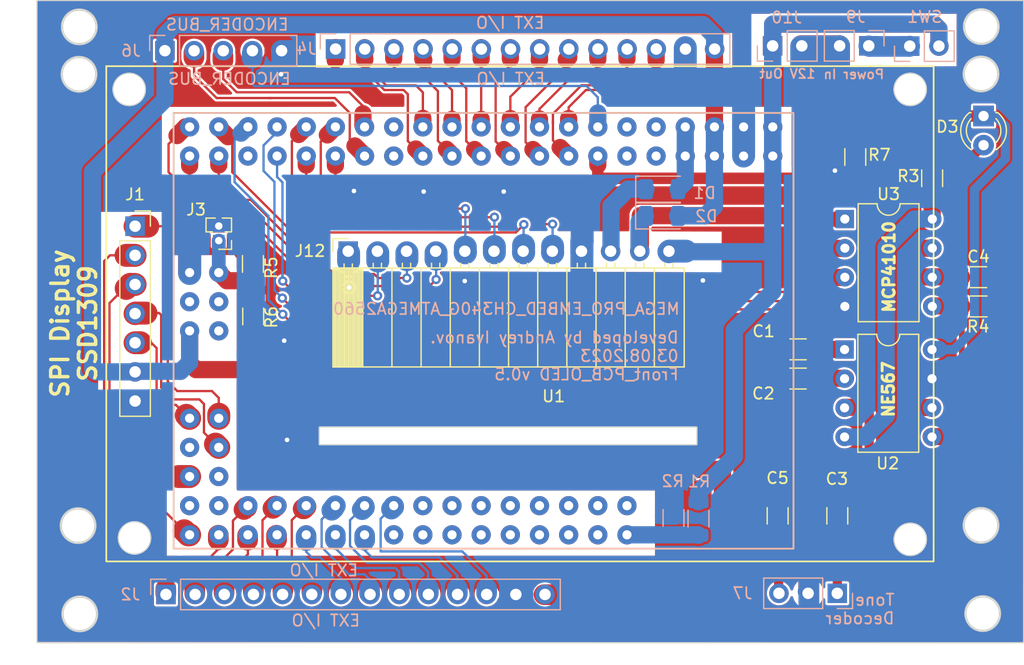
<source format=kicad_pcb>
(kicad_pcb (version 20221018) (generator pcbnew)
  (layers (0 "F.Cu" signal) (31 "B.Cu" signal) (34 "B.Paste" user) (35 "F.Paste" user) (36 "B.SilkS" user "B.Silkscreen") (37 "F.SilkS" user "F.Silkscreen") (38 "B.Mask" user) (39 "F.Mask" user) (44 "Edge.Cuts" user))
  (net 0 "")
  (net 1 "GND")
  (net 2 "+5V")
  (net 3 "ENC_A")
  (net 4 "ENC_B")
  (net 5 "ENC_P")
  (net 6 "SSD1309_CS")
  (net 7 "D8")
  (net 8 "D9")
  (net 9 "D33")
  (net 10 "I2C-SW")
  (net 11 "A_SDA")
  (net 12 "A_SCL")
  (net 13 "A_SEN")
  (net 14 "A_RST")
  (net 19 "D6")
  (net 20 "D7")
  (net 21 "D10")
  (net 22 "D11")
  (net 23 "D12")
  (net 24 "D13")
  (net 26 "D4")
  (net 27 "D5")
  (net 28 "D14")
  (net 29 "D15")
  (net 31 "SSD1309_DC")
  (net 32 "SSD1309_RST")
  (net 33 "Mute")
  (net 34 "Sleep")
  (net 35 "A2_SI")
  (net 36 "DECODER")
  (net 38 "A0")
  (net 54 "D34")
  (net 55 "D35")
  (net 56 "D36")
  (net 57 "D37")
  (net 58 "D38")
  (net 59 "D39")
  (net 60 "D40")
  (net 61 "D41")
  (net 62 "D42")
  (net 63 "Net-(J3-Pin_1)")
  (net 67 "3.3V")
  (net 68 "12V")
  (net 69 "Wp")
  (net 70 "SSD1309_SCL")
  (net 71 "SSD1309_SDA")
  (net 72 "D43")
  (net 73 "D44")
  (net 74 "Net-(J9-Pin_1)")
  (net 76 "A2_SCL")
  (net 81 "A2_CS")
  (net 82 "+3V3")
  (net 83 "VCC_5V")
  (net 84 "Net-(U2-OFLT_C)")
  (net 85 "Net-(J7-Pin_1)")
  (net 86 "Net-(U2-INPUT)")
  (net 87 "Net-(U2-TIM_RC)")
  (net 88 "Net-(J7-Pin_3)")
  (net 89 "Net-(D3-A)")
  (net 90 "Net-(U2-TIM_R)")
  (net 91 "Net-(U2-LP_FLT_C)")
  (footprint "Package_DIP:DIP-8_W7.62mm" (layer "F.Cu") (at 161.189683 103.15)
    (fp_text reference "U2")
    (fp_text value "NE567")
  )
  (footprint "Resistor_SMD:R_1206_3216Metric" (layer "F.Cu") (at 162.125 86.3625 -90)
    (fp_text reference "R7")
    (fp_text value "2k")
  )
  (footprint "Capacitor_SMD:C_1206_3216Metric" (layer "F.Cu") (at 157.139683 103.13 180)
    (fp_text reference "C1")
    (fp_text value "2uF")
  )
  (footprint "Capacitor_SMD:C_1206_3216Metric" (layer "F.Cu") (at 172.859683 96.84)
    (fp_text reference "C4")
    (fp_text value "220nF")
  )
  (footprint "Capacitor_SMD:C_1206_3216Metric" (layer "F.Cu") (at 157.139683 105.68 180)
    (fp_text reference "C2")
    (fp_text value "220nF")
  )
  (footprint "Package_DIP:DIP-8_W7.62mm" (layer "F.Cu") (at 161.214683 91.77)
    (fp_text reference "U3")
    (fp_text value "MCP41010")
  )
  (footprint "LED_THT:LED_D3.0mm_Clear" (layer "F.Cu") (at 173.3 82.79 -90)
    (fp_text reference "D3")
    (fp_text value "LED")
  )
  (footprint "Resistor_SMD:R_1206_3216Metric" (layer "F.Cu") (at 109.675 100.2625 90)
    (fp_text reference "R6")
    (fp_text value "1k")
  )
  (footprint "Resistor_SMD:R_1206_3216Metric" (layer "F.Cu") (at 172.872183 99.39)
    (fp_text reference "R4")
    (fp_text value "150R")
  )
  (footprint "Resistor_SMD:R_1206_3216Metric" (layer "F.Cu") (at 168.819683 88.2175 90)
    (fp_text reference "R3")
    (fp_text value "220R")
  )
  (footprint "Resistor_SMD:R_1206_3216Metric" (layer "F.Cu") (at 109.65 95.6875 90)
    (fp_text reference "R5")
    (fp_text value "1k")
  )
  (footprint "Connector_PinSocket_2.54mm:PinSocket_1x12_P2.54mm_Horizontal" (layer "F.Cu") (at 117.95 94.575 90)
    (fp_text reference "J12")
    (fp_text value "Control Bus")
  )
  (footprint "Capacitor_SMD:C_1206_3216Metric" (layer "F.Cu") (at 155.359683 117.645 90)
    (fp_text reference "C5")
    (fp_text value "100nF")
  )
  (footprint "Connector_PinSocket_2.54mm:PinSocket_1x07_P2.54mm_Vertical" (layer "F.Cu") (at 99.384683 92.395)
    (fp_text reference "J1")
    (fp_text value "7_pin_2.42_OLED_SSD1309_SPI")
  )
  (footprint "Capacitor_SMD:C_1206_3216Metric" (layer "F.Cu") (at 160.559683 117.645 90)
    (fp_text reference "C3")
    (fp_text value "100nF")
  )
  (footprint "Connector_PinHeader_1.27mm:PinHeader_1x02_P1.27mm_Vertical" (layer "F.Cu") (at 106.675 93.65 180)
    (fp_text reference "J3")
    (fp_text value "Conn_01x02_Pin")
  )
  (footprint "MEGA2560:MODULE_MEGA_PRO_EMBED_CH340G_ATMEGA2560" (layer "F.Cu") (at 129.734683 101.52 180)
    (fp_text reference "U1")
    (fp_text value "MEGA_PRO_EMBED_CH340G_ATMEGA2560")
  )
  (footprint "Resistor_SMD:R_1206_3216Metric" (layer "B.Cu") (at 148.464683 117.8825 -90)
    (fp_text reference "R1")
    (fp_text value "100k")
  )
  (footprint "Diode_SMD:D_1206_3216Metric" (layer "B.Cu") (at 145.275 91.5)
    (fp_text reference "D2")
    (fp_text value "1N5402")
  )
  (footprint "Connector_PinHeader_2.54mm:PinHeader_1x05_P2.54mm_Vertical" (layer "B.Cu") (at 101.984683 77.095 -90)
    (fp_text reference "J6")
    (fp_text value "ENCODER_BUS")
  )
  (footprint "Connector_PinSocket_2.54mm:PinSocket_1x02_P2.54mm_Vertical" (layer "B.Cu") (at 166.869683 76.695 -90)
    (fp_text reference "SW1")
    (fp_text value "SW_SPST" hide)
  )
  (footprint "Connector_PinHeader_2.54mm:PinHeader_1x03_P2.54mm_Vertical" (layer "B.Cu") (at 160.555 124.4 90)
    (fp_text reference "J7")
    (fp_text value "Conn_01x03_Pin")
  )
  (footprint "Connector_PinHeader_2.54mm:PinHeader_1x14_P2.54mm_Vertical" (layer "B.Cu") (at 102.075 124.5 -90)
    (fp_text reference "J2")
    (fp_text value "EXT_IO")
  )
  (footprint "Connector_PinSocket_2.54mm:PinSocket_1x02_P2.54mm_Vertical" (layer "B.Cu") (at 163.299683 76.67 90)
    (fp_text reference "J9")
    (fp_text value "Power IN" hide)
  )
  (footprint "Resistor_SMD:R_1206_3216Metric" (layer "B.Cu") (at 146.289683 117.8325 90)
    (fp_text reference "R2")
    (fp_text value "10k")
  )
  (footprint "Connector_PinHeader_2.54mm:PinHeader_1x14_P2.54mm_Vertical" (layer "B.Cu") (at 116.85 76.95 -90)
    (fp_text reference "J4")
    (fp_text value "EXT_IO")
  )
  (footprint "Connector_PinSocket_2.54mm:PinSocket_1x02_P2.54mm_Vertical" (layer "B.Cu") (at 154.924683 76.675 -90)
    (fp_text reference "J10")
    (fp_text value "Power 12V" hide)
  )
  (footprint "Diode_SMD:D_1206_3216Metric" (layer "B.Cu") (at 145.284683 89.17)
    (fp_text reference "D1")
    (fp_text value "1N5402")
  )
  (gr_rect (start 102.744683 82.52) (end 156.744683 120.5) (stroke (width 0.15)) (fill none) (layer "B.SilkS"))
  (gr_rect (start 96.875 78.445) (end 168.95 121.62) (stroke (width 0.15)) (fill none) (layer "F.SilkS"))
  (gr_circle (center 173.075 79.125) (end 174.580407 79.125) (stroke (width 0.2)) (fill none) (layer "Edge.Cuts"))
  (gr_circle (center 166.909683 80.47) (end 168.059683 81.295) (stroke (width 0.1)) (fill none) (layer "Edge.Cuts"))
  (gr_circle (center 98.875 80.47) (end 100.025 81.295) (stroke (width 0.1)) (fill none) (layer "Edge.Cuts"))
  (gr_circle (center 94.419593 118.5) (end 95.925 118.5) (stroke (width 0.2)) (fill none) (layer "Edge.Cuts"))
  (gr_circle (center 173.1 74.994593) (end 174.605407 74.994593) (stroke (width 0.2)) (fill none) (layer "Edge.Cuts"))
  (gr_circle (center 94.5 79.15) (end 96.005407 79.15) (stroke (width 0.2)) (fill none) (layer "Edge.Cuts"))
  (gr_circle (center 173.075 118.475) (end 174.580407 118.475) (stroke (width 0.2)) (fill none) (layer "Edge.Cuts"))
  (gr_circle (center 99.334683 119.57) (end 100.484683 120.395) (stroke (width 0.1)) (fill none) (layer "Edge.Cuts"))
  (gr_circle (center 173.225 126.169593) (end 174.730407 126.169593) (stroke (width 0.2)) (fill none) (layer "Edge.Cuts"))
  (gr_rect (start 115.425 109.9) (end 148.325 111.45) (stroke (width 0.1)) (fill none) (layer "Edge.Cuts"))
  (gr_circle (center 94.569593 126.194593) (end 96.075 126.194593) (stroke (width 0.2)) (fill none) (layer "Edge.Cuts"))
  (gr_circle (center 166.914683 119.695) (end 168.064683 120.52) (stroke (width 0.1)) (fill none) (layer "Edge.Cuts"))
  (gr_circle (center 94.525 75.019593) (end 96.030407 75.019593) (stroke (width 0.2)) (fill none) (layer "Edge.Cuts"))
  (gr_rect (start 90.83 72.725) (end 176.785 128.705) (stroke (width 0.1)) (fill none) (layer "Edge.Cuts"))
  (gr_text "Power In" (at 164.725 79.625) (layer "B.SilkS") (effects (font (size 0.8 0.8)) (justify left bottom mirror)))
  (gr_text "EXT I/O" (at 132.109683 79.545) (layer "B.SilkS") (effects (font (size 1 1)) (justify mirror)))
  (gr_text "EXT I/O" (at 132.059683 74.67) (layer "B.SilkS") (effects (font (size 1 1)) (justify mirror)))
  (gr_text "EXT I/O" (at 115.825 122.4) (layer "B.SilkS") (effects (font (size 1 1)) (justify mirror)))
  (gr_text "EXT I/O" (at 116 126.775) (layer "B.SilkS") (effects (font (size 1 1)) (justify mirror)))
  (gr_text "Developed by Andrey Ivanov.\n03.08.2023\nFront_PCB_OLED v0.5" (at 146.825 105.9) (layer "B.SilkS") (effects (font (size 1 1)) (justify left bottom mirror)))
  (gr_text "12V Out" (at 158.725 79.575) (layer "B.SilkS") (effects (font (size 0.8 0.8)) (justify left bottom mirror)))
  (gr_text "ENCODER_BUS" (at 107.6 79.55) (layer "B.SilkS") (effects (font (size 1 1)) (justify mirror)))
  (gr_text "Tone\nDecoder" (at 165.625 125.775) (layer "B.SilkS") (effects (font (size 1 1)) (justify left mirror)))
  (gr_text "NE567" (at 165.6 109.175 90) (layer "F.SilkS") (effects (font (size 1 1) (thickness 0.25) bold) (justify left bottom)))
  (gr_text "MCP41010" (at 165.65 100.05 90) (layer "F.SilkS") (effects (font (size 1 1) (thickness 0.25) bold) (justify left bottom)))
  (gr_text "SPI Display\nSSD1309" (at 94.059683 100.87 90) (layer "F.SilkS") (effects (font (size 1.5 1.5) (thickness 0.3))))
  (segment (start 112.144683 77.005317) (end 112.144683 77.095) (width 1.5) (layer "F.Cu") (net 1))
  (segment (start 133.075 123.075) (end 133.075 127.275) (width 1.8) (layer "F.Cu") (net 1))
  (segment (start 113.2 79.175) (end 112.125 79.175) (width 1.5) (layer "F.Cu") (net 1))
  (segment (start 113.4 75.25) (end 113.65 75.5) (width 1.5) (layer "F.Cu") (net 1))
  (segment (start 104.95 91.575) (end 105 91.625) (width 1.5) (layer "F.Cu") (net 1))
  (segment (start 153.15 104.625) (end 153.075 104.55) (width 1.5) (layer "F.Cu") (net 1))
  (segment (start 113.15 78.025) (end 113.975 78.85) (width 1.5) (layer "F.Cu") (net 1))
  (segment (start 160.35 87.55) (end 161.15 86.75) (width 1.5) (layer "F.Cu") (net 1))
  (segment (start 160.825 88.025) (end 160.625 87.825) (width 1.5) (layer "F.Cu") (net 1))
  (segment (start 152.154683 118.92) (end 153.379683 117.695) (width 0.8) (layer "F.Cu") (net 1))
  (segment (start 155.664683 103.13) (end 155.664683 106.460317) (width 1.5) (layer "F.Cu") (net 1))
  (segment (start 162.675 86.75) (end 163.95 88.025) (width 1.5) (layer "F.Cu") (net 1))
  (segment (start 155.664683 104.625) (end 155.664683 105.68) (width 1.5) (layer "F.Cu") (net 1))
  (segment (start 160.62 79.06) (end 160.76 78.92) (width 1.8) (layer "F.Cu") (net 1))
  (segment (start 159.689683 99.39) (end 162.792183 99.39) (width 1.5) (layer "F.Cu") (net 1))
  (segment (start 153.28 103.13) (end 154.169683 103.13) (width 1.5) (layer "F.Cu") (net 1))
  (segment (start 153.28 103.13) (end 153.275 103.125) (width 1.5) (layer "F.Cu") (net 1))
  (segment (start 155.664683 105.68) (end 153.48 105.68) (width 1.5) (layer "F.Cu") (net 1))
  (segment (start 158.059683 121.32) (end 158.059683 124.32) (width 1.8) (layer "F.Cu") (net 1))
  (segment (start 111.575 79.15) (end 111.404683 78.979683) (width 1.5) (layer "F.Cu") (net 1))
  (segment (start 161.15 86.75) (end 162.675 86.75) (width 1.5) (layer "F.Cu") (net 1))
  (segment (start 108.75 94.625) (end 109.2 95.075) (width 1.5) (layer "F.Cu") (net 1))
  (segment (start 155.664683 103.13) (end 155.664683 104.625) (width 1.5) (layer "F.Cu") (net 1))
  (segment (start 111.35 76.300317) (end 112.144683 77.095) (width 1.5) (layer "F.Cu") (net 1))
  (segment (start 153.234841 103.075) (end 156.565158 103.075) (width 1.5) (layer "F.Cu") (net 1))
  (segment (start 113.2 79.175) (end 113.65 79.175) (width 1.5) (layer "F.Cu") (net 1))
  (segment (start 107.825 92.2) (end 108.4875 92.8625) (width 1.5) (layer "F.Cu") (net 1))
  (segment (start 162.792183 99.39) (end 162.797183 99.395) (width 1.5) (layer "F.Cu") (net 1))
  (segment (start 152.25 105.7) (end 153.2 106.65) (width 1.5) (layer "F.Cu") (net 1))
  (segment (start 152.175 102.134841) (end 152.175 105.465158) (width 1.5) (layer "F.Cu") (net 1))
  (segment (start 162.797183 99.395) (end 161.272183 99.395) (width 1) (layer "F.Cu") (net 1))
  (segment (start 146.625 127.275) (end 152.399842 121.500158) (width 1.8) (layer "F.Cu") (net 1))
  (segment (start 158.21 76.74) (end 158.21 78.98) (width 1.8) (layer "F.Cu") (net 1))
  (segment (start 105 91.625) (end 107 91.625) (width 1.5) (layer "F.Cu") (net 1))
  (segment (start 111.525 75.25) (end 111.35 75.425) (width 1.5) (layer "F.Cu") (net 1))
  (segment (start 113.175 79.15) (end 113.2 79.175) (width 1.5) (layer "F.Cu") (net 1))
  (segment (start 153.379683 117.695) (end 157.554683 117.695) (width 0.8) (layer "F.Cu") (net 1))
  (segment (start 152.975 104.734841) (end 152.975 108.065158) (width 1.5) (layer "F.Cu") (net 1))
  (segment (start 104.134683 94.645) (end 104.134683 96.495) (width 2) (layer "F.Cu") (net 1))
  (segment (start 152.4 103.125) (end 153.275 103.125) (width 1.5) (layer "F.Cu") (net 1))
  (segment (start 152.25 103.175) (end 152.35 103.075) (width 1.5) (layer "F.Cu") (net 1))
  (segment (start 105.575 92.2) (end 104.95 91.575) (width 1.5) (layer "F.Cu") (net 1))
  (segment (start 108.4875 92.8625) (end 108.75 93.125) (width 1.5) (layer "F.Cu") (net 1))
  (segment (start 153.034841 102.05) (end 156.365158 102.05) (width 1.5) (layer "F.Cu") (net 1))
  (segment (start 157.464683 76.675) (end 157.464683 78.915) (width 1.8) (layer "F.Cu") (net 1))
  (segment (start 174.334683 99.39) (end 174.334683 96.84) (width 2.5) (layer "F.Cu") (net 1))
  (segment (start 161.214683 99.975317) (end 161.16 100.03) (width 1.5) (layer "F.Cu") (net 1))
  (segment (start 112.1 75.25) (end 111.525 75.25) (width 1.5) (layer "F.Cu") (net 1))
  (segment (start 152.399842 121.500158) (end 152.399842 118.674842) (width 1.8) (layer "F.Cu") (net 1))
  (segment (start 107.825 92.2) (end 105.575 92.2) (width 1.5) (layer "F.Cu") (net 1))
  (segment (start 155.664683 103.13) (end 153.28 103.13) (width 1.5) (layer "F.Cu") (net 1))
  (segment (start 112.1 79.15) (end 111.575 79.15) (width 1.5) (layer "F.Cu") (net 1))
  (segment (start 113.65 79.175) (end 113.975 78.85) (width 1.5) (layer "F.Cu") (net 1))
  (segment (start 110.25 95.075) (end 110.25 94.225) (width 1.5) (layer "F.Cu") (net 1))
  (segment (start 159.69 98.74) (end 162.7925 98.74) (width 1.5) (layer "F.Cu") (net 1))
  (segment (start 111.404683 76.355) (end 111.35 76.300317) (width 1.5) (layer "F.Cu") (net 1))
  (segment (start 108.4875 92.8625) (end 109.65 94.025) (width 1.5) (layer "F.Cu") (net 1))
  (segment (start 158.019683 118.16) (end 158.019683 121.645) (width 0.8) (layer "F.Cu") (net 1))
  (segment (start 155.475 104.814683) (end 155.664683 104.625) (width 1.5) (layer "F.Cu") (net 1))
  (segment (start 157.464683 78.915) (end 157.409683 78.97) (width 1.8) (layer "F.Cu") (net 1))
  (segment (start 152.35 104.809841) (end 152.35 108.140158) (width 1.5) (layer "F.Cu") (net 1))
  (segment (start 162.125 87.825) (end 160.625 87.825) (width 1.5) (layer "F.Cu") (net 1))
  (segment (start 132.475 126.8) (end 132 127.275) (width 1.8) (layer "F.Cu") (net 1))
  (segment (start 152.25 105.4) (end 152.25 103.175) (width 1.5) (layer "F.Cu") (net 1))
  (segment (start 109.65 94.025) (end 107.825 92.2) (width 1.5) (layer "F.Cu") (net 1))
  (segment (start 111.35 75.425) (end 111.35 76.300317) (width 1.5) (layer "F.Cu") (net 1))
  (segment (start 161.214683 99.39) (end 159.689683 99.39) (width 1) (layer "F.Cu") (net 1))
  (segment (start 174.334683 101.204683) (end 174.334683 99.39) (width 2.5) (layer "F.Cu") (net 1))
  (segment (start 169.659683 105.69) (end 169.709683 105.74) (width 2.5) (layer "F.Cu") (net 1))
  (segment (start 153.48 105.68) (end 153.2 105.4) (width 1.5) (layer "F.Cu") (net 1))
  (segment (start 160.625 87.825) (end 160.35 87.55) (width 1.5) (layer "F.Cu") (net 1))
  (segment (start 113.975 75.825) (end 113.65 75.5) (width 1.5) (layer "F.Cu") (net 1))
  (segment (start 112.125 79.175) (end 112.1 79.15) (width 1.5) (layer "F.Cu") (net 1))
  (segment (start 109.2 95.075) (end 110.25 95.075) (width 1.5) (layer "F.Cu") (net 1))
  (segment (start 155.475 106.65) (end 155.475 104.814683) (width 1.5) (layer "F.Cu") (net 1))
  (segment (start 159.45 76.7) (end 159.45 78.94) (width 1.8) (layer "F.Cu") (net 1))
  (segment (start 153.2 105.4) (end 152.25 105.4) (width 1.5) (layer "F.Cu") (net 1))
  (segment (start 159.71 100.03) (end 162.8125 100.03) (width 1.5) (layer "F.Cu") (net 1))
  (segment (start 156.65 104.709841) (end 156.65 108.040158) (width 1.5) (layer "F.Cu") (net 1))
  (segment (start 153.2 106.65) (end 155.475 106.65) (width 1.5) (layer "F.Cu") (net 1))
  (segment (start 158.08 122.475) (end 158.08 125.92) (width 1.8) (layer "F.Cu") (net 1))
  (segment (start 161.214683 99.39) (end 161.214683 99.975317) (width 1.5) (layer "F.Cu") (net 1))
  (segment (start 152.35 103.075) (end 152.4 103.125) (width 1.5) (layer "F.Cu") (net 1))
  (segment (start 169.709683 105.69) (end 169.709683 105.74) (width 2.5) (layer "F.Cu") (net 1))
  (segment (start 163.95 88.025) (end 160.825 88.025) (width 1.5) (layer "F.Cu") (net 1))
  (segment (start 112.1 75.25) (end 113.4 75.25) (width 1.5) (layer "F.Cu") (net 1))
  (segment (start 160.76 76.68) (end 160.76 78.92) (width 1.8) (layer "F.Cu") (net 1))
  (segment (start 132.475 123.075) (end 132.475 126.8) (width 1.8) (layer "F.Cu") (net 1))
  (segment (start 112.1 75.25) (end 113.15 76.3) (width 1.5) (layer "F.Cu") (net 1))
  (segment (start 163.95 88.025) (end 165.025 88.025) (width 1.5) (layer "F.Cu") (net 1))
  (segment (start 132 127.275) (end 146.625 127.275) (width 1.8) (layer "F.Cu") (net 1))
  (segment (start 152.884841 107.5) (end 156.215158 107.5) (width 1.5) (layer "F.Cu") (net 1))
  (segment (start 160.739683 76.65) (end 160.759683 76.67) (width 1.8) (layer "F.Cu") (net 1))
  (segment (start 157.554683 117.695) (end 158.019683 118.16) (width 0.8) (layer "F.Cu") (net 1))
  (segment (start 132 123.075) (end 132 127.275) (width 1.8) (layer "F.Cu") (net 1))
  (segment (start 157.41 76.65) (end 160.739683 76.65) (width 1.8) (layer "F.Cu") (net 1))
  (segment (start 168.205 105.69) (end 169.055 105.69) (width 2.5) (layer "F.Cu") (net 1))
  (segment (start 104.1 91.575) (end 104.95 91.575) (width 1.5) (layer "F.Cu") (net 1))
  (segment (start 168.809683 105.69) (end 169.709683 105.69) (width 2.5) (layer "F.Cu") (net 1))
  (segment (start 153.309841 108.075) (end 156.640158 108.075) (width 1.5) (layer "F.Cu") (net 1))
  (segment (start 110.25 94.225) (end 108.1875 92.1625) (width 1.5) (layer "F.Cu") (net 1))
  (segment (start 113.975 78.85) (end 113.975 75.825) (width 1.5) (layer "F.Cu") (net 1))
  (segment (start 112.1 79.15) (end 112.1 75.25) (width 1.5) (layer "F.Cu") (net 1))
  (segment (start 152.25 103.175) (end 152.25 105.7) (width 1.5) (layer "F.Cu") (net 1))
  (segment (start 155.664683 104.625) (end 153.15 104.625) (width 1.5) (layer "F.Cu") (net 1))
  (segment (start 155.664683 106.460317) (end 155.475 106.65) (width 1.5) (layer "F.Cu") (net 1))
  (segment (start 113.15 76.3) (end 113.15 78.025) (width 1.5) (layer "F.Cu") (net 1))
  (segment (start 157.38 79.06) (end 160.62 79.06) (width 1.8) (layer "F.Cu") (net 1))
  (segment (start 108.75 93.125) (end 108.75 94.625) (width 1.5) (layer "F.Cu") (net 1))
  (segment (start 158.049683 122.77) (end 158.049683 124.11) (width 0.8) (layer "F.Cu") (net 1))
  (segment (start 111.404683 78.979683) (end 111.404683 76.355) (width 1.5) (layer "F.Cu") (net 1))
  (segment (start 113.65 75.5) (end 112.144683 77.005317) (width 1.5) (layer "F.Cu") (net 1))
  (segment (start 109.65 94.225) (end 109.65 94.025) (width 1.5) (layer "F.Cu") (net 1))
  (segment (start 156.625 102.109841) (end 156.625 105.440158) (width 1.5) (layer "F.Cu") (net 1))
  (segment (start 154.169683 103.13) (end 155.664683 104.625) (width 1.5) (layer "F.Cu") (net 1))
  (segment (start 174.334683 96.84) (end 174.334683 94.445317) (width 2.5) (layer "F.Cu") (net 1))
  (via (at 148.85 97.125) (size 0.8) (drill 0.4) (layers "F.Cu" "B.Cu") (net 1))
  (via (at 112.375 102.375) (size 0.8) (drill 0.4) (layers "F.Cu" "B.Cu") (net 1))
  (via (at 112.625 111.025) (size 0.8) (drill 0.4) (layers "F.Cu" "B.Cu") (net 1))
  (via (at 131.5 89.375) (size 0.8) (drill 0.4) (layers "F.Cu" "B.Cu") (net 1))
  (via (at 128.1 97.175) (size 0.8) (drill 0.4) (layers "F.Cu" "B.Cu") (net 1))
  (via (at 160.35 87.55) (size 0.8) (drill 0.4) (layers "F.Cu" "B.Cu") (net 1))
  (via (at 118.45 89.325) (size 0.8) (drill 0.4) (layers "F.Cu" "B.Cu") (net 1))
  (via (at 112.1 79.15) (size 0.8) (drill 0.4) (layers "F.Cu" "B.Cu") (net 1))
  (via (at 124.525 89.375) (size 0.8) (drill 0.4) (layers "F.Cu" "B.Cu") (net 1))
  (segment (start 152.394683 83.74) (end 152.394683 86.28) (width 2) (layer "B.Cu") (net 1))
  (segment (start 138.304683 93.735) (end 138.304683 96.585) (width 2) (layer "B.Cu") (net 1))
  (segment (start 158.015 124.250317) (end 158.059683 124.295) (width 1.8) (layer "B.Cu") (net 1))
  (segment (start 145.425 114.6) (end 145.425 117.337975) (width 1.5) (layer "B.Cu") (net 1))
  (segment (start 152.394683 81.43) (end 151.384683 80.42) (width 2) (layer "B.Cu") (net 1))
  (segment (start 160.737183 79.0675) (end 157.36 79.0675) (width 1.8) (layer "B.Cu") (net 1))
  (segment (start 104.37 92.38) (end 104.134683 92.615317) (width 0.2) (layer "B.Cu") (net 1))
  (segment (start 147.534683 80.42) (end 147.314683 80.2) (width 2) (layer "B.Cu") (net 1))
  (segment (start 146.225 117.277658) (end 146.289683 117.212975) (width 1.5) (layer "B.Cu") (net 1))
  (segment (start 158.075 123.019683) (end 158.075 125.930317) (width 1.8) (layer "B.Cu") (net 1))
  (segment (start 146.289683 117.212975) (end 146.289683 114.887024) (width 1.5) (layer "B.Cu") (net 1))
  (segment (start 138.304683 94.715) (end 138.304683 93.735) (width 2) (layer "B.Cu") (net 1))
  (segment (start 160.754683 76.675) (end 160.759683 76.67) (width 1.8) (layer "B.Cu") (net 1))
  (segment (start 104.14 94.67) (end 104.14 96.52) (width 2) (layer "B.Cu") (net 1))
  (segment (start 138.304683 93.735) (end 138.334683 93.705) (width 2) (layer "B.Cu") (net 1))
  (segment (start 101.02 107.375) (end 97.28 107.375) (width 1.5) (layer "B.Cu") (net 1))
  (segment (start 161.214683 99.39) (end 159.43 99.39) (width 2.5) (layer "B.Cu") (net 1))
  (segment (start 159.56 76.6925) (end 159.56 79.0675) (width 1.8) (layer "B.Cu") (net 1))
  (segment (start 106.675 92.38) (end 104.37 92.38) (width 1) (layer "B.Cu") (net 1))
  (segment (start 160.759683 79.045) (end 160.737183 79.0675) (width 1.8) (layer "B.Cu") (net 1))
  (segment (start 113.7 78.7075) (end 113.7 77.1425) (width 1.8) (layer "B.Cu") (net 1))
  (segment (start 157.36 76.6925) (end 157.36 79.0675) (width 1.8) (layer "B.Cu") (net 1))
  (segment (start 145.45 114.625) (end 145.425 114.6) (width 1.5) (layer "B.Cu") (net 1))
  (segment (start 101.04 108.675) (end 97.3 108.675) (width 1.5) (layer "B.Cu") (net 1))
  (segment (start 104.825 91.925) (end 104.37 92.38) (width 1.5) (layer "B.Cu") (net 1))
  (segment (start 168.809683 105.69) (end 167.29 105.69) (width 2.5) (layer "B.Cu") (net 1))
  (segment (start 146.425 117.362975) (end 146.425 115.037024) (width 1.5) (layer "B.Cu") (net 1))
  (segment (start 138.334683 93.705) (end 138.334683 92.57) (width 2) (layer "B.Cu") (net 1))
  (segment (start 113.6825 77.075) (end 112.1175 77.075) (width 1.8) (layer "B.Cu") (net 1))
  (segment (start 146.462975 114.625) (end 145.45 114.625) (width 1.5) (layer "B.Cu") (net 1))
  (segment (start 170.66 105.69) (end 170.75 105.78) (width 2.5) (layer "B.Cu") (net 1))
  (segment (start 107.575 91.925) (end 104.825 91.925) (width 1.5) (layer "B.Cu") (net 1))
  (segment (start 161.214683 99.39) (end 162.44 99.39) (width 2.5) (layer "B.Cu") (net 1))
  (segment (start 170.66 105.69) (end 168.809683 105.69) (width 2.5) (layer "B.Cu") (net 1))
  (segment (start 113.1 78.6325) (end 113.1 77.0675) (width 1.8) (layer "B.Cu") (net 1))
  (segment (start 138.304683 96.585) (end 138.304683 94.715) (width 1.5) (layer "B.Cu") (net 1))
  (segment (start 132 123.3) (end 132 125.675) (width 1.8) (layer "B.Cu") (net 1))
  (segment (start 157.469683 76.67) (end 157.464683 76.675) (width 0.8) (layer "B.Cu") (net 1))
  (segment (start 104.134683 92.615317) (end 104.134683 96.44) (width 1.5) (layer "B.Cu") (net 1))
  (segment (start 162.44 99.39) (end 162.48 99.43) (width 2.5) (layer "B.Cu") (net 1))
  (segment (start 147.314683 80.2) (end 147.314683 76.83) (width 2) (layer "B.Cu") (net 1))
  (segment (start 160.759683 76.67) (end 160.759683 79.045) (width 1.8) (layer "B.Cu") (net 1))
  (segment (start 151.384683 80.42) (end 147.534683 80.42) (width 2) (layer "B.Cu") (net 1))
  (segment (start 147.314683 76.83) (end 147.314683 78.8) (width 0.2) (layer "B.Cu") (net 1))
  (segment (start 132.509683 123.245) (end 132.509683 125.62) (width 1.8) (layer "B.Cu") (net 1))
  (segment (start 133.175 123.325) (end 133.175 125.7) (width 1.8) (layer "B.Cu") (net 1))
  (segment (start 157.464683 76.675) (end 160.754683 76.675) (width 1.8) (layer "B.Cu") (net 1))
  (segment (start 146.431487 117.675) (end 145.418512 117.675) (width 1.5) (layer "B.Cu") (net 1))
  (segment (start 113.6825 78.825) (end 112.1175 78.825) (width 1.8) (layer "B.Cu") (net 1))
  (segment (start 152.394683 83.74) (end 152.394683 81.43) (width 2) (layer "B.Cu") (net 1))
  (segment (start 112.144683 78.66) (end 112.144683 77.095) (width 1.8) (layer "B.Cu") (net 1))
  (segment (start 147.314683 78.8) (end 147.304683 78.81) (width 0.2) (layer "B.Cu") (net 1))
  (segment (start 107.8025 92.425) (end 105.4975 92.425) (width 1) (layer "B.Cu") (net 1))
  (segment (start 100.995 108.05) (end 97.255 108.05) (width 1.5) (layer "B.Cu") (net 1))
  (segment (start 158.33 76.685) (end 158.33 79.06) (width 1.8) (layer "B.Cu") (net 1))
  (segment (start 112.109683 78.695) (end 112.144683 78.66) (width 1.8) (layer "B.Cu") (net 1))
  (segment (start 161.029683 76.675) (end 161.124683 76.77) (width 0.2) (layer "B.Cu") (net 1))
  (segment (start 104.709683 94.17) (end 104.134683 94.745) (width 0.2) (layer "B.Cu") (net 1))
  (segment (start 143.35 94.575) (end 143.4 94.525) (width 1.5) (layer "F.Cu") (net 2))
  (segment (start 157.175 91.475) (end 158.925 89.725) (width 1.5) (layer "F.Cu") (net 2))
  (segment (start 158.925 89.725) (end 168.774683 89.725) (width 1.5) (layer "F.Cu") (net 2))
  (segment (start 143.4 94.525) (end 143.4 91.475) (width 1.5) (layer "F.Cu") (net 2))
  (segment (start 168.774683 89.725) (end 168.819683 89.68) (width 1.5) (layer "F.Cu") (net 2))
  (segment (start 143.4 91.475) (end 157.175 91.475) (width 1.5) (layer "F.Cu") (net 2))
  (segment (start 168.819683 89.68) (end 168.819683 91.755) (width 1.5) (layer "F.Cu") (net 2))
  (segment (start 143.284683 92.045) (end 143.284683 94.7) (width 1.5) (layer "B.Cu") (net 2))
  (segment (start 162.959683 110.77) (end 164.809683 108.92) (width 1.5) (layer "B.Cu") (net 2))
  (segment (start 168.834683 91.77) (end 167.284683 91.77) (width 1.5) (layer "B.Cu") (net 2))
  (segment (start 167.284683 91.77) (end 164.809683 94.245) (width 1.5) (layer "B.Cu") (net 2))
  (segment (start 164.809683 108.92) (end 164.809683 94.245) (width 1.5) (layer "B.Cu") (net 2))
  (segment (start 161.189683 110.77) (end 162.959683 110.77) (width 1.5) (layer "B.Cu") (net 2))
  (segment (start 143.834683 91.495) (end 143.284683 92.045) (width 1.5) (layer "B.Cu") (net 2))
  (segment (start 106.484683 81.22) (end 104.524683 79.26) (width 0.2) (layer "F.Cu") (net 3))
  (segment (start 111.209683 81.22) (end 111.059683 81.22) (width 0.2) (layer "F.Cu") (net 3))
  (segment (start 116.784683 81.22) (end 111.209683 81.22) (width 0.2) (layer "F.Cu") (net 3))
  (segment (start 118.084683 84.945) (end 118.084683 82.52) (width 0.2) (layer "F.Cu") (net 3))
  (segment (start 104.509683 77.27) (end 104.509683 77.68) (width 1.8) (layer "F.Cu") (net 3))
  (segment (start 118.534683 85.395) (end 119.374683 86.235) (width 1.5) (layer "F.Cu") (net 3))
  (segment (start 119.374683 86.235) (end 119.374683 86.28) (width 1.5) (layer "F.Cu") (net 3))
  (segment (start 118.084683 82.52) (end 116.784683 81.22) (width 0.2) (layer "F.Cu") (net 3))
  (segment (start 104.524683 79.26) (end 104.524683 77.095) (width 0.2) (layer "F.Cu") (net 3))
  (segment (start 111.209683 81.22) (end 106.484683 81.22) (width 0.2) (layer "F.Cu") (net 3))
  (segment (start 118.534683 85.395) (end 118.084683 84.945) (width 0.2) (layer "F.Cu") (net 3))
  (segment (start 119.374683 83.74) (end 119.234683 83.6) (width 1.5) (layer "F.Cu") (net 4))
  (segment (start 119.234683 83.6) (end 119.234683 82.595) (width 1.5) (layer "F.Cu") (net 4))
  (segment (start 107.064683 79.575) (end 107.064683 77.095) (width 0.2) (layer "F.Cu") (net 4))
  (segment (start 107.109683 79.595) (end 107.084683 79.595) (width 0.2) (layer "F.Cu") (net 4))
  (segment (start 119.234683 82.595) (end 119.234683 81.92) (width 0.2) (layer "F.Cu") (net 4))
  (segment (start 107.034683 77.545) (end 107.034683 77.955) (width 1.8) (layer "F.Cu") (net 4))
  (segment (start 107.084683 79.595) (end 107.064683 79.575) (width 0.2) (layer "F.Cu") (net 4))
  (segment (start 108.234683 80.72) (end 107.109683 79.595) (width 0.2) (layer "F.Cu") (net 4))
  (segment (start 118.034683 80.72) (end 108.234683 80.72) (width 0.2) (layer "F.Cu") (net 4))
  (segment (start 119.234683 81.92) (end 118.034683 80.72) (width 0.2) (layer "F.Cu") (net 4))
  (segment (start 138.709683 80.17) (end 139.694683 81.155) (width 0.2) (layer "B.Cu") (net 5))
  (segment (start 109.584683 77.345) (end 109.584683 77.755) (width 1.8) (layer "B.Cu") (net 5))
  (segment (start 109.604683 77.095) (end 109.604683 80.015) (width 0.2) (layer "B.Cu") (net 5))
  (segment (start 139.694683 81.155) (end 139.694683 83.74) (width 0.2) (layer "B.Cu") (net 5))
  (segment (start 139.694683 82.52) (end 139.694683 83.74) (width 1.5) (layer "B.Cu") (net 5))
  (segment (start 109.759683 80.17) (end 138.709683 80.17) (width 0.2) (layer "B.Cu") (net 5))
  (segment (start 109.604683 80.015) (end 109.759683 80.17) (width 0.2) (layer "B.Cu") (net 5))
  (segment (start 102.234683 92.795) (end 102.234683 105.945) (width 0.2) (layer "F.Cu") (net 6))
  (segment (start 101.834683 92.395) (end 102.234683 92.795) (width 0.2) (layer "F.Cu") (net 6))
  (segment (start 106.674683 109.14) (end 106.674683 108.785) (width 2) (layer "F.Cu") (net 6))
  (segment (start 100.484683 92.395) (end 101.834683 92.395) (width 0.2) (layer "F.Cu") (net 6))
  (segment (start 106.674683 107.36) (end 106.674683 108.785) (width 0.2) (layer "F.Cu") (net 6))
  (segment (start 102.234683 105.945) (end 103.059683 106.77) (width 0.2) (layer "F.Cu") (net 6))
  (segment (start 103.059683 106.77) (end 106.084683 106.77) (width 0.2) (layer "F.Cu") (net 6))
  (segment (start 99.384683 92.395) (end 100.484683 92.395) (width 2) (layer "F.Cu") (net 6))
  (segment (start 106.084683 106.77) (end 106.674683 107.36) (width 0.2) (layer "F.Cu") (net 6))
  (segment (start 132.074683 86.28) (end 131.504683 85.71) (width 1.5) (layer "F.Cu") (net 7))
  (segment (start 131.504683 85.71) (end 130.794683 85) (width 0.2) (layer "F.Cu") (net 7))
  (segment (start 130.794683 85) (end 130.794683 79.65) (width 0.2) (layer "F.Cu") (net 7))
  (segment (start 132.074683 76.83) (end 132.074683 77.8) (width 1.5) (layer "F.Cu") (net 7))
  (segment (start 130.794683 79.65) (end 132.074683 78.37) (width 0.2) (layer "F.Cu") (net 7))
  (segment (start 132.074683 78.37) (end 132.074683 77.8) (width 0.2) (layer "F.Cu") (net 7))
  (segment (start 132.074683 83.01) (end 132.074683 81.11) (width 0.2) (layer "F.Cu") (net 8))
  (segment (start 134.614683 76.83) (end 134.614683 77.88) (width 1.5) (layer "F.Cu") (net 8))
  (segment (start 132.074683 83.74) (end 132.074683 83.01) (width 1.5) (layer "F.Cu") (net 8))
  (segment (start 132.074683 81.11) (end 134.614683 78.57) (width 0.2) (layer "F.Cu") (net 8))
  (segment (start 134.614683 77.92) (end 134.594683 77.9) (width 0.2) (layer "F.Cu") (net 8))
  (segment (start 134.614683 77.88) (end 134.594683 77.9) (width 1.5) (layer "F.Cu") (net 8))
  (segment (start 134.614683 78.57) (end 134.614683 76.83) (width 0.2) (layer "F.Cu") (net 8))
  (segment (start 120.776483 120.745) (end 120.776483 117.8982) (width 0.2) (layer "B.Cu") (net 9))
  (segment (start 130.009683 124.395) (end 130.009683 123.985) (width 1.8) (layer "B.Cu") (net 9))
  (segment (start 121.909683 116.87) (end 121.719683 117.06) (width 1.8) (layer "B.Cu") (net 9))
  (segment (start 121.909683 116.81) (end 121.909683 116.87) (width 1.8) (layer "B.Cu") (net 9))
  (segment (start 129.999683 122.86) (end 127.884683 120.745) (width 0.2) (layer "B.Cu") (net 9))
  (segment (start 127.884683 120.745) (end 120.776483 120.745) (width 0.2) (layer "B.Cu") (net 9))
  (segment (start 129.999683 124.52) (end 129.999683 122.86) (width 0.2) (layer "B.Cu") (net 9))
  (segment (start 120.776483 117.8982) (end 121.914683 116.76) (width 0.2) (layer "B.Cu") (net 9))
  (segment (start 106.674683 86.28) (end 106.674683 87.06) (width 1.5) (layer "F.Cu") (net 10))
  (segment (start 125.034683 97.615) (end 119.684683 97.615) (width 0.2) (layer "F.Cu") (net 10))
  (segment (start 108.484683 90.095) (end 106.674683 88.285) (width 0.2) (layer "F.Cu") (net 10))
  (segment (start 119.684683 97.615) (end 119.094683 97.025) (width 0.2) (layer "F.Cu") (net 10))
  (segment (start 119.094683 97.025) (end 116.389683 97.025) (width 0.2) (layer "F.Cu") (net 10))
  (segment (start 109.459683 90.095) (end 108.484683 90.095) (width 0.2) (layer "F.Cu") (net 10))
  (segment (start 116.389683 97.025) (end 109.459683 90.095) (width 0.2) (layer "F.Cu") (net 10))
  (segment (start 106.674683 88.285) (end 106.674683 87.06) (width 0.2) (layer "F.Cu") (net 10))
  (segment (start 125.584683 97.065) (end 125.034683 97.615) (width 0.2) (layer "F.Cu") (net 10))
  (via (at 125.609683 97.04) (size 0.8) (drill 0.4) (layers "F.Cu" "B.Cu") (net 10))
  (segment (start 125.609683 95.265) (end 125.609683 94.22) (width 0.2) (layer "B.Cu") (net 10))
  (segment (start 125.604683 95.26) (end 125.609683 95.265) (width 2) (layer "B.Cu") (net 10))
  (segment (start 125.609683 97.04) (end 125.609683 95.265) (width 0.2) (layer "B.Cu") (net 10))
  (segment (start 125.604683 94.715) (end 125.604683 95.26) (width 2) (layer "B.Cu") (net 10))
  (segment (start 117.409683 90.865) (end 128.154683 90.865) (width 0.2) (layer "F.Cu") (net 11))
  (segment (start 116.834683 90.29) (end 117.062183 90.5175) (width 0.2) (layer "F.Cu") (net 11))
  (segment (start 116.934683 90.39) (end 117.409683 90.865) (width 0.2) (layer "F.Cu") (net 11))
  (segment (start 116.834683 87.1) (end 116.834683 90.29) (width 0.2) (layer "F.Cu") (net 11))
  (segment (start 116.834683 86.28) (end 116.834683 87.1) (width 1.5) (layer "F.Cu") (net 11))
  (via (at 128.154683 90.865) (size 0.8) (drill 0.4) (layers "F.Cu" "B.Cu") (net 11))
  (segment (start 128.144683 94.715) (end 128.154683 94.705) (width 2) (layer "B.Cu") (net 11))
  (segment (start 128.199683 94.785) (end 128.204683 94.78) (width 0.2) (layer "B.Cu") (net 11))
  (segment (start 128.154683 94.705) (end 128.154683 94.22) (width 2) (layer "B.Cu") (net 11))
  (segment (start 128.154683 94.22) (end 128.154683 90.865) (width 0.2) (layer "B.Cu") (net 11))
  (segment (start 116.279683 91.615) (end 130.679683 91.615) (width 0.2) (layer "F.Cu") (net 12))
  (segment (start 116.834683 83.74) (end 116.134683 84.44) (width 1.5) (layer "F.Cu") (net 12))
  (segment (start 130.679683 91.615) (end 130.329683 91.615) (width 0.2) (layer "F.Cu") (net 12))
  (segment (start 115.559683 85.015) (end 115.559683 90.885) (width 0.2) (layer "F.Cu") (net 12))
  (segment (start 115.654683 90.99) (end 116.279683 91.615) (width 0.2) (layer "F.Cu") (net 12))
  (segment (start 115.559683 90.885) (end 115.659683 90.985) (width 0.2) (layer "F.Cu") (net 12))
  (segment (start 130.689683 91.605) (end 130.679683 91.615) (width 0.2) (layer "F.Cu") (net 12))
  (segment (start 115.659683 90.985) (end 115.654683 90.99) (width 0.2) (layer "F.Cu") (net 12))
  (segment (start 116.134683 84.44) (end 115.559683 85.015) (width 0.2) (layer "F.Cu") (net 12))
  (via (at 130.689683 91.605) (size 0.8) (drill 0.4) (layers "F.Cu" "B.Cu") (net 12))
  (segment (start 130.684683 94.715) (end 130.684683 94.165) (width 2) (layer "B.Cu") (net 12))
  (segment (start 130.684683 91.61) (end 130.684683 94.165) (width 0.2) (layer "B.Cu") (net 12))
  (segment (start 130.689683 91.605) (end 130.684683 91.61) (width 0.2) (layer "B.Cu") (net 12))
  (segment (start 113.044683 84.99) (end 113.634683 84.4) (width 0.2) (layer "F.Cu") (net 13))
  (segment (start 133.248022 92.251161) (end 132.559183 92.94) (width 0.2) (layer "F.Cu") (net 13))
  (segment (start 114.294683 83.74) (end 113.634683 84.4) (width 1.5) (layer "F.Cu") (net 13))
  (segment (start 132.559183 92.94) (end 114.659683 92.94) (width 0.2) (layer "F.Cu") (net 13))
  (segment (start 113.044683 91.325) (end 113.044683 84.99) (width 0.2) (layer "F.Cu") (net 13))
  (segment (start 113.144683 91.425) (end 113.044683 91.325) (width 0.2) (layer "F.Cu") (net 13))
  (segment (start 114.659683 92.94) (end 113.144683 91.425) (width 0.2) (layer "F.Cu") (net 13))
  (via (at 133.248022 92.251161) (size 0.8) (drill 0.4) (layers "F.Cu" "B.Cu") (net 13))
  (segment (start 133.224683 94.715) (end 133.229683 94.71) (width 2) (layer "B.Cu") (net 13))
  (segment (start 133.229683 92.2695) (end 133.229683 94.06) (width 0.2) (layer "B.Cu") (net 13))
  (segment (start 133.229683 94.06) (end 133.229683 94.245) (width 0.2) (layer "B.Cu") (net 13))
  (segment (start 133.229683 94.71) (end 133.229683 94.06) (width 2) (layer "B.Cu") (net 13))
  (segment (start 133.248022 92.251161) (end 133.229683 92.2695) (width 0.2) (layer "B.Cu") (net 13))
  (segment (start 134.284683 92.215) (end 135.754683 92.215) (width 0.2) (layer "F.Cu") (net 14))
  (segment (start 131.184683 92.44) (end 132.259683 91.365) (width 0.2) (layer "F.Cu") (net 14))
  (segment (start 114.294683 91.525) (end 114.394683 91.625) (width 0.2) (layer "F.Cu") (net 14))
  (segment (start 132.259683 91.365) (end 133.434683 91.365) (width 0.2) (layer "F.Cu") (net 14))
  (segment (start 133.434683 91.365) (end 134.284683 92.215) (width 0.2) (layer "F.Cu") (net 14))
  (segment (start 114.294683 87.07) (end 114.294683 91.525) (width 0.2) (layer "F.Cu") (net 14))
  (segment (start 115.209683 92.44) (end 131.184683 92.44) (width 0.2) (layer "F.Cu") (net 14))
  (segment (start 114.294683 86.28) (end 114.294683 87.07) (width 1.5) (layer "F.Cu") (net 14))
  (segment (start 114.394683 91.625) (end 115.209683 92.44) (width 0.2) (layer "F.Cu") (net 14))
  (via (at 135.754683 92.215) (size 0.8) (drill 0.4) (layers "F.Cu" "B.Cu") (net 14))
  (segment (start 135.764683 94.715) (end 135.754683 94.705) (width 2) (layer "B.Cu") (net 14))
  (segment (start 135.754683 94.705) (end 135.754683 94.135) (width 2) (layer "B.Cu") (net 14))
  (segment (start 135.769683 94.72) (end 135.754683 94.705) (width 0.2) (layer "B.Cu") (net 14))
  (segment (start 135.754683 94.135) (end 135.754683 92.215) (width 0.2) (layer "B.Cu") (net 14))
  (segment (start 134.614683 86.28) (end 134.039683 85.705) (width 1.5) (layer "F.Cu") (net 19))
  (segment (start 137.154683 76.83) (end 137.154683 77.68) (width 1.5) (layer "F.Cu") (net 19))
  (segment (start 134.039683 85.705) (end 133.404683 85.07) (width 0.2) (layer "F.Cu") (net 19))
  (segment (start 137.154683 78.27) (end 137.154683 76.83) (width 0.2) (layer "F.Cu") (net 19))
  (segment (start 137.154683 77.68) (end 136.944683 77.89) (width 1.5) (layer "F.Cu") (net 19))
  (segment (start 133.404683 85.07) (end 133.404683 82.02) (width 0.2) (layer "F.Cu") (net 19))
  (segment (start 133.404683 82.02) (end 137.154683 78.27) (width 0.2) (layer "F.Cu") (net 19))
  (segment (start 134.614683 83.74) (end 134.614683 83.05) (width 1.5) (layer "F.Cu") (net 20))
  (segment (start 139.694683 78.47) (end 138.734683 79.43) (width 0.2) (layer "F.Cu") (net 20))
  (segment (start 134.614683 82.17) (end 134.614683 83.74) (width 0.2) (layer "F.Cu") (net 20))
  (segment (start 139.694683 77.84) (end 139.694683 78.47) (width 0.2) (layer "F.Cu") (net 20))
  (segment (start 137.354683 79.43) (end 134.614683 82.17) (width 0.2) (layer "F.Cu") (net 20))
  (segment (start 139.694683 76.83) (end 139.694683 77.84) (width 1.5) (layer "F.Cu") (net 20))
  (segment (start 138.734683 79.43) (end 137.354683 79.43) (width 0.2) (layer "F.Cu") (net 20))
  (segment (start 126.994683 76.83) (end 126.994683 77.83) (width 1.5) (layer "F.Cu") (net 21))
  (segment (start 126.994683 77.83) (end 126.994683 79.13) (width 0.2) (layer "F.Cu") (net 21))
  (segment (start 126.994683 79.13) (end 128.234683 80.37) (width 0.2) (layer "F.Cu") (net 21))
  (segment (start 128.234683 80.37) (end 128.234683 84.98) (width 0.2) (layer "F.Cu") (net 21))
  (segment (start 129.534683 86.28) (end 128.959683 85.705) (width 1.5) (layer "F.Cu") (net 21))
  (segment (start 128.234683 84.98) (end 128.959683 85.705) (width 0.2) (layer "F.Cu") (net 21))
  (segment (start 129.534683 83.74) (end 129.534683 83.08) (width 1.5) (layer "F.Cu") (net 22))
  (segment (start 129.534683 77.81) (end 129.534683 83.08) (width 0.2) (layer "F.Cu") (net 22))
  (segment (start 129.534683 76.83) (end 129.534683 77.81) (width 1.5) (layer "F.Cu") (net 22))
  (segment (start 126.994683 86.18) (end 126.994683 86.28) (width 1.5) (layer "F.Cu") (net 23))
  (segment (start 124.584683 79.44) (end 125.764683 80.62) (width 0.2) (layer "F.Cu") (net 23))
  (segment (start 122.864683 79.44) (end 124.584683 79.44) (width 0.2) (layer "F.Cu") (net 23))
  (segment (start 121.914683 76.83) (end 121.914683 77.77) (width 1.5) (layer "F.Cu") (net 23))
  (segment (start 125.764683 84.95) (end 126.994683 86.18) (width 0.2) (layer "F.Cu") (net 23))
  (segment (start 121.914683 78.49) (end 122.864683 79.44) (width 0.2) (layer "F.Cu") (net 23))
  (segment (start 125.764683 80.62) (end 125.764683 84.95) (width 0.2) (layer "F.Cu") (net 23))
  (segment (start 121.914683 76.83) (end 121.914683 78.49) (width 0.2) (layer "F.Cu") (net 23))
  (segment (start 126.994683 86.18) (end 126.504683 85.69) (width 1.5) (layer "F.Cu") (net 23))
  (segment (start 121.914683 77.77) (end 121.914683 78.22) (width 0.2) (layer "F.Cu") (net 23))
  (segment (start 126.994683 83.74) (end 126.994683 83.08) (width 1.5) (layer "F.Cu") (net 24))
  (segment (start 124.454683 77.82) (end 124.534683 77.9) (width 1.5) (layer "F.Cu") (net 24))
  (segment (start 124.534683 78.06) (end 125.394683 78.92) (width 0.2) (layer "F.Cu") (net 24))
  (segment (start 125.394683 78.92) (end 125.394683 78.93) (width 0.2) (layer "F.Cu") (net 24))
  (segment (start 124.454683 76.83) (end 124.454683 77.82) (width 1.5) (layer "F.Cu") (net 24))
  (segment (start 124.534683 77.9) (end 124.534683 78.06) (width 0.2) (layer "F.Cu") (net 24))
  (segment (start 126.994683 80.53) (end 126.994683 83.74) (width 0.2) (layer "F.Cu") (net 24))
  (segment (start 125.394683 78.93) (end 126.994683 80.53) (width 0.2) (layer "F.Cu") (net 24))
  (segment (start 126.994683 83.08) (end 126.994683 82.26) (width 0.2) (layer "F.Cu") (net 24))
  (segment (start 135.784683 84.91) (end 135.784683 83.41) (width 0.2) (layer "F.Cu") (net 26))
  (segment (start 135.784683 83.41) (end 135.784683 82.6) (width 0.2) (layer "F.Cu") (net 26))
  (segment (start 138.274683 80.11) (end 141.074683 80.11) (width 0.2) (layer "F.Cu") (net 26))
  (segment (start 136.409683 85.535) (end 135.784683 84.91) (width 0.2) (layer "F.Cu") (net 26))
  (segment (start 135.784683 82.6) (end 138.274683 80.11) (width 0.2) (layer "F.Cu") (net 26))
  (segment (start 142.234683 76.83) (end 142.234683 77.8) (width 1.5) (layer "F.Cu") (net 26))
  (segment (start 141.074683 80.11) (end 142.234683 78.95) (width 0.2) (layer "F.Cu") (net 26))
  (segment (start 137.154683 86.28) (end 136.409683 85.535) (width 1.5) (layer "F.Cu") (net 26))
  (segment (start 135.784683 83.41) (end 135.784683 83.23) (width 0.2) (layer "F.Cu") (net 26))
  (segment (start 142.234683 78.95) (end 142.234683 77.8) (width 0.2) (layer "F.Cu") (net 26))
  (segment (start 144.774683 78.74) (end 144.774683 77.92) (width 0.2) (layer "F.Cu") (net 27))
  (segment (start 138.659683 80.52) (end 142.994683 80.52) (width 0.2) (layer "F.Cu") (net 27))
  (segment (start 137.154683 83.74) (end 137.154683 83.01) (width 1.5) (layer "F.Cu") (net 27))
  (segment (start 137.154683 82.025) (end 138.659683 80.52) (width 0.2) (layer "F.Cu") (net 27))
  (segment (start 142.994683 80.52) (end 144.774683 78.74) (width 0.2) (layer "F.Cu") (net 27))
  (segment (start 137.154683 83.01) (end 137.154683 82.025) (width 0.2) (layer "F.Cu") (net 27))
  (segment (start 144.774683 76.83) (end 144.774683 77.92) (width 1.5) (layer "F.Cu") (net 27))
  (segment (start 123.144683 84.97) (end 123.834683 85.66) (width 0.2) (layer "F.Cu") (net 28))
  (segment (start 122.774683 80.52) (end 123.144683 80.89) (width 0.2) (layer "F.Cu") (net 28))
  (segment (start 116.834683 76.83) (end 116.834683 79.17) (width 0.2) (layer "F.Cu") (net 28))
  (segment (start 116.834683 77.93) (end 116.834683 78.93) (width 0.2) (layer "F.Cu") (net 28))
  (segment (start 116.834683 76.83) (end 116.834683 77.89) (width 1.5) (layer "F.Cu") (net 28))
  (segment (start 116.834683 79.17) (end 117.009683 79.345) (width 0.2) (layer "F.Cu") (net 28))
  (segment (start 116.814683 77.91) (end 116.834683 77.93) (width 0.2) (layer "F.Cu") (net 28))
  (segment (start 121.093997 80.52) (end 122.774683 80.52) (width 0.2) (layer "F.Cu") (net 28))
  (segment (start 119.918997 79.345) (end 121.093997 80.52) (width 0.2) (layer "F.Cu") (net 28))
  (segment (start 124.454683 86.28) (end 123.834683 85.66) (width 1.5) (layer "F.Cu") (net 28))
  (segment (start 123.144683 80.89) (end 123.144683 84.97) (width 0.2) (layer "F.Cu") (net 28))
  (segment (start 117.009683 79.345) (end 119.918997 79.345) (width 0.2) (layer "F.Cu") (net 28))
  (segment (start 116.834683 77.89) (end 116.814683 77.91) (width 1.5) (layer "F.Cu") (net 28))
  (segment (start 119.394683 77.88) (end 119.374683 77.9) (width 0.2) (layer "F.Cu") (net 29))
  (segment (start 124.454683 82.99) (end 124.454683 80.73) (width 0.2) (layer "F.Cu") (net 29))
  (segment (start 119.374683 77.86) (end 119.394683 77.88) (width 1.5) (layer "F.Cu") (net 29))
  (segment (start 124.454683 83.74) (end 125.074683 83.74) (width 0.2) (layer "F.Cu") (net 29))
  (segment (start 124.454683 80.73) (end 123.844683 80.12) (width 0.2) (layer "F.Cu") (net 29))
  (segment (start 119.374683 78.235) (end 119.374683 76.83) (width 0.2) (layer "F.Cu") (net 29))
  (segment (start 121.259683 80.12) (end 119.374683 78.235) (width 0.2) (layer "F.Cu") (net 29))
  (segment (start 124.454683 83.74) (end 124.454683 82.99) (width 1.5) (layer "F.Cu") (net 29))
  (segment (start 123.844683 80.12) (end 121.259683 80.12) (width 0.2) (layer "F.Cu") (net 29))
  (segment (start 119.374683 77.9) (end 119.374683 78.545) (width 0.2) (layer "F.Cu") (net 29))
  (segment (start 119.374683 76.83) (end 119.374683 77.86) (width 1.5) (layer "F.Cu") (net 29))
  (segment (start 97.194683 94.935) (end 98.599683 94.935) (width 0.2) (layer "F.Cu") (net 31))
  (segment (start 96.684683 95.445) (end 97.194683 94.935) (width 0.2) (layer "F.Cu") (net 31))
  (segment (start 99.834683 115.12) (end 99.834683 110.07) (width 0.2) (layer "F.Cu") (net 31))
  (segment (start 104.014683 119.3) (end 103.659683 118.945) (width 2) (layer "F.Cu") (net 31))
  (segment (start 99.834683 110.07) (end 99.584683 109.82) (width 0.2) (layer "F.Cu") (net 31))
  (segment (start 99.384683 94.935) (end 98.599683 94.935) (width 2) (layer "F.Cu") (net 31))
  (segment (start 99.584683 109.82) (end 98.259683 109.82) (width 0.2) (layer "F.Cu") (net 31))
  (segment (start 96.684683 108.245) (end 96.684683 95.445) (width 0.2) (layer "F.Cu") (net 31))
  (segment (start 103.659683 118.945) (end 99.834683 115.12) (width 0.2) (layer "F.Cu") (net 31))
  (segment (start 104.134683 119.3) (end 104.014683 119.3) (width 2) (layer "F.Cu") (net 31))
  (segment (start 98.259683 109.82) (end 96.684683 108.245) (width 0.2) (layer "F.Cu") (net 31))
  (segment (start 101.109683 114.195) (end 100.409683 113.495) (width 0.2) (layer "F.Cu") (net 32))
  (segment (start 98.779683 97.475) (end 99.384683 97.475) (width 0.2) (layer "F.Cu") (net 32))
  (segment (start 100.409683 109.495) (end 100.184683 109.27) (width 0.2) (layer "F.Cu") (net 32))
  (segment (start 104.134683 114.22) (end 103.184683 114.22) (width 2) (layer "F.Cu") (net 32))
  (segment (start 102.934683 114.195) (end 101.109683 114.195) (width 0.2) (layer "F.Cu") (net 32))
  (segment (start 100.409683 113.495) (end 100.409683 109.495) (width 0.2) (layer "F.Cu") (net 32))
  (segment (start 97.154683 99.1) (end 98.779683 97.475) (width 0.2) (layer "F.Cu") (net 32))
  (segment (start 98.434683 109.27) (end 97.154683 107.99) (width 0.2) (layer "F.Cu") (net 32))
  (segment (start 97.154683 107.99) (end 97.154683 99.1) (width 0.2) (layer "F.Cu") (net 32))
  (segment (start 100.184683 109.27) (end 98.434683 109.27) (width 0.2) (layer "F.Cu") (net 32))
  (segment (start 99.384683 97.475) (end 98.954683 97.475) (width 2) (layer "F.Cu") (net 32))
  (segment (start 98.954683 97.475) (end 98.609683 97.82) (width 2) (layer "F.Cu") (net 32))
  (segment (start 102.299683 85.23) (end 102.299683 87.685) (width 0.2) (layer "F.Cu") (net 33))
  (segment (start 103.034683 84.495) (end 102.299683 85.23) (width 0.2) (layer "F.Cu") (net 33))
  (segment (start 106.459683 89.595) (end 107.959683 91.095) (width 0.2) (layer "F.Cu") (net 33))
  (segment (start 104.209683 89.595) (end 106.459683 89.595) (width 0.2) (layer "F.Cu") (net 33))
  (segment (start 103.789683 83.74) (end 103.034683 84.495) (width 1.5) (layer "F.Cu") (net 33))
  (segment (start 104.134683 83.74) (end 103.789683 83.74) (width 1.5) (layer "F.Cu") (net 33))
  (segment (start 107.959683 91.095) (end 108.609683 91.095) (width 0.2) (layer "F.Cu") (net 33))
  (segment (start 116.134683 98.465) (end 120.509683 98.465) (width 0.2) (layer "F.Cu") (net 33))
  (segment (start 115.979683 98.465) (end 116.134683 98.465) (width 0.2) (layer "F.Cu") (net 33))
  (segment (start 102.299683 87.685) (end 104.209683 89.595) (width 0.2) (layer "F.Cu") (net 33))
  (segment (start 108.609683 91.095) (end 115.979683 98.465) (width 0.2) (layer "F.Cu") (net 33))
  (via (at 120.509683 98.465) (size 0.8) (drill 0.4) (layers "F.Cu" "B.Cu") (net 33))
  (segment (start 120.509683 98.465) (end 120.524683 98.45) (width 0.2) (layer "B.Cu") (net 33))
  (segment (start 120.524683 98.45) (end 120.524683 95.43) (width 0.2) (layer "B.Cu") (net 33))
  (segment (start 120.524683 94.715) (end 120.524683 95.43) (width 2) (layer "B.Cu") (net 33))
  (segment (start 118.004683 97.715) (end 116.309683 97.715) (width 0.2) (layer "F.Cu") (net 34))
  (segment (start 104.534683 89.02) (end 104.134683 88.62) (width 0.2) (layer "F.Cu") (net 34))
  (segment (start 116.309683 97.715) (end 109.114683 90.52) (width 0.2) (layer "F.Cu") (net 34))
  (segment (start 104.134683 86.28) (end 104.134683 87.13) (width 1.5) (layer "F.Cu") (net 34))
  (segment (start 104.134683 88.62) (end 104.134683 87.13) (width 0.2) (layer "F.Cu") (net 34))
  (segment (start 106.709683 89.02) (end 104.534683 89.02) (width 0.2) (layer "F.Cu") (net 34))
  (segment (start 109.114683 90.52) (end 108.209683 90.52) (width 0.2) (layer "F.Cu") (net 34))
  (segment (start 118.029683 97.74) (end 118.004683 97.715) (width 0.2) (layer "F.Cu") (net 34))
  (segment (start 108.209683 90.52) (end 106.709683 89.02) (width 0.2) (layer "F.Cu") (net 34))
  (via (at 118.029683 97.74) (size 0.8) (drill 0.4) (layers "F.Cu" "B.Cu") (net 34))
  (segment (start 117.984683 94.715) (end 117.984683 95.465) (width 2) (layer "B.Cu") (net 34))
  (segment (start 117.989683 94.9) (end 118.034683 94.945) (width 0.2) (layer "B.Cu") (net 34))
  (segment (start 117.984683 97.695) (end 117.984683 95.465) (width 0.2) (layer "B.Cu") (net 34))
  (segment (start 118.029683 97.74) (end 118.039683 97.75) (width 0.2) (layer "B.Cu") (net 34))
  (segment (start 118.029683 97.74) (end 117.984683 97.695) (width 0.2) (layer "B.Cu") (net 34))
  (segment (start 160.6675 96.86) (end 161.26 96.86) (width 1.5) (layer "F.Cu") (net 35))
  (segment (start 113.3625 101.1875) (end 124.4375 101.1875) (width 0.2) (layer "F.Cu") (net 35))
  (segment (start 112.25 100.075) (end 113.3625 101.1875) (width 0.2) (layer "F.Cu") (net 35))
  (segment (start 156.35 99.65) (end 159.15 96.85) (width 0.2) (layer "F.Cu") (net 35))
  (segment (start 125.975 99.65) (end 156.35 99.65) (width 0.2) (layer "F.Cu") (net 35))
  (segment (start 159.15 96.85) (end 161.214683 96.85) (width 0.2) (layer "F.Cu") (net 35))
  (segment (start 109.214683 83.74) (end 109.365 83.74) (width 0.2) (layer "F.Cu") (net 35))
  (segment (start 124.4375 101.1875) (end 125.975 99.65) (width 0.2) (layer "F.Cu") (net 35))
  (via (at 112.25 100.075) (size 0.8) (drill 0.4) (layers "F.Cu" "B.Cu") (net 35))
  (via (at 112.25 100.075) (size 0.8) (drill 0.4) (layers "F.Cu" "B.Cu") (net 35))
  (segment (start 109.214683 83.74) (end 108.05 84.904683) (width 0.2) (layer "B.Cu") (net 35))
  (segment (start 108.05 84.904683) (end 108.05 88.55) (width 0.2) (layer "B.Cu") (net 35))
  (segment (start 108.05 88.55) (end 111 91.5) (width 0.2) (layer "B.Cu") (net 35))
  (segment (start 108.615 84.285) (end 109.275 83.625) (width 1.5) (layer "B.Cu") (net 35))
  (segment (start 111 98.825) (end 112.225 100.05) (width 0.2) (layer "B.Cu") (net 35))
  (segment (start 111 91.5) (end 111 98.825) (width 0.2) (layer "B.Cu") (net 35))
  (segment (start 112.225 100.05) (end 112.25 100.05) (width 0.2) (layer "B.Cu") (net 35))
  (segment (start 139.694683 88.22) (end 139.694683 86.28) (width 1) (layer "F.Cu") (net 36))
  (segment (start 156.83 88.22) (end 139.694683 88.22) (width 1) (layer "F.Cu") (net 36))
  (segment (start 139.694683 86.28) (end 139.694683 87.05) (width 1.5) (layer "F.Cu") (net 36))
  (segment (start 160.125 84.925) (end 156.83 88.22) (width 1) (layer "F.Cu") (net 36))
  (segment (start 173.3 82.79) (end 169.16 82.79) (width 1) (layer "F.Cu") (net 36))
  (segment (start 139.694683 88.22) (end 139.694683 87.05) (width 0.5) (layer "F.Cu") (net 36))
  (segment (start 169.16 82.79) (end 167.025 84.925) (width 1) (layer "F.Cu") (net 36))
  (segment (start 167.025 84.925) (end 160.125 84.925) (width 1) (layer "F.Cu") (net 36))
  (segment (start 170.729683 103.15) (end 172.509683 101.37) (width 0.8) (layer "B.Cu") (net 36))
  (segment (start 139.694683 87.05) (end 139.659683 87.085) (width 0.2) (layer "B.Cu") (net 36))
  (segment (start 168.809683 103.15) (end 170.729683 103.15) (width 0.8) (layer "B.Cu") (net 36))
  (segment (start 175.2 86.5) (end 175.2 83.675) (width 0.8) (layer "B.Cu") (net 36))
  (segment (start 174.315 82.79) (end 173.3 82.79) (width 0.8) (layer "B.Cu") (net 36))
  (segment (start 172.509683 89.190317) (end 175.2 86.5) (width 0.8) (layer "B.Cu") (net 36))
  (segment (start 172.509683 101.37) (end 172.509683 89.190317) (width 0.8) (layer "B.Cu") (net 36))
  (segment (start 169.3925 103.13) (end 168.8 103.13) (width 1.5) (layer "B.Cu") (net 36))
  (segment (start 175.2 83.675) (end 174.315 82.79) (width 0.8) (layer "B.Cu") (net 36))
  (segment (start 142.234683 119.3) (end 146.284683 119.3) (width 0.8) (layer "B.Cu") (net 38))
  (segment (start 148.419683 119.3) (end 148.464683 119.345) (width 1.5) (layer "B.Cu") (net 38))
  (segment (start 148.414683 119.295) (end 148.464683 119.345) (width 0.8) (layer "B.Cu") (net 38))
  (segment (start 146.284683 119.3) (end 146.289683 119.295) (width 0.8) (layer "B.Cu") (net 38))
  (segment (start 142.234683 119.3) (end 148.419683 119.3) (width 1.5) (layer "B.Cu") (net 38))
  (segment (start 146.289683 119.295) (end 148.414683 119.295) (width 0.8) (layer "B.Cu") (net 38))
  (segment (start 125.884683 121.27) (end 120.009683 121.27) (width 0.2) (layer "B.Cu") (net 54))
  (segment (start 127.459683 123.97) (end 127.459683 124.38) (width 1.8) (layer "B.Cu") (net 54))
  (segment (start 127.459683 124.52) (end 127.459683 122.845) (width 0.2) (layer "B.Cu") (net 54))
  (segment (start 127.459683 122.845) (end 125.884683 121.27) (width 0.2) (layer "B.Cu") (net 54))
  (segment (start 119.374683 120.635) (end 119.374683 119.3) (width 0.2) (layer "B.Cu") (net 54))
  (segment (start 119.384683 119.36) (end 119.384683 119.77) (width 1.8) (layer "B.Cu") (net 54))
  (segment (start 120.009683 121.27) (end 119.374683 120.635) (width 0.2) (layer "B.Cu") (net 54))
  (segment (start 124.909683 124.51) (end 124.909683 122.52) (width 0.2) (layer "B.Cu") (net 55))
  (segment (start 118.109683 120.27) (end 118.109683 118.025) (width 0.2) (layer "B.Cu") (net 55))
  (segment (start 124.919683 124.52) (end 124.909683 124.51) (width 0.2) (layer "B.Cu") (net 55))
  (segment (start 118.109683 118.025) (end 119.374683 116.76) (width 0.2) (layer "B.Cu") (net 55))
  (segment (start 119.359683 116.92) (end 119.169683 117.11) (width 1.8) (layer "B.Cu") (net 55))
  (segment (start 124.934683 124.37) (end 124.934683 123.96) (width 1.8) (layer "B.Cu") (net 55))
  (segment (start 119.584683 121.745) (end 118.109683 120.27) (width 0.2) (layer "B.Cu") (net 55))
  (segment (start 124.134683 121.745) (end 119.584683 121.745) (width 0.2) (layer "B.Cu") (net 55))
  (segment (start 124.909683 122.52) (end 124.134683 121.745) (width 0.2) (layer "B.Cu") (net 55))
  (segment (start 119.359683 116.86) (end 119.359683 116.92) (width 1.8) (layer "B.Cu") (net 55))
  (segment (start 116.834683 119.31) (end 116.834683 119.72) (width 1.8) (layer "B.Cu") (net 56))
  (segment (start 122.409683 124.37) (end 122.409683 123.96) (width 1.8) (layer "B.Cu") (net 56))
  (segment (start 122.059683 122.195) (end 118.559683 122.195) (width 0.2) (layer "B.Cu") (net 56))
  (segment (start 122.379683 122.515) (end 122.059683 122.195) (width 0.2) (layer "B.Cu") (net 56))
  (segment (start 122.379683 124.52) (end 122.379683 122.515) (width 0.2) (layer "B.Cu") (net 56))
  (segment (start 116.834683 120.47) (end 116.834683 119.3) (width 0.2) (layer "B.Cu") (net 56))
  (segment (start 118.559683 122.195) (end 116.834683 120.47) (width 0.2) (layer "B.Cu") (net 56))
  (segment (start 119.839683 123.2125) (end 119.839683 124.52) (width 0.2) (layer "B.Cu") (net 57))
  (segment (start 116.709683 116.91) (end 116.709683 116.97) (width 1.8) (layer "B.Cu") (net 57))
  (segment (start 116.834683 116.76) (end 115.634683 117.96) (width 0.2) (layer "B.Cu") (net 57))
  (segment (start 119.809683 123.995) (end 119.809683 124.405) (width 1.8) (layer "B.Cu") (net 57))
  (segment (start 118.009683 122.745) (end 119.372183 122.745) (width 0.2) (layer "B.Cu") (net 57))
  (segment (start 116.834683 116.76) (end 116.824683 116.77) (width 1.8) (layer "B.Cu") (net 57))
  (segment (start 116.709683 116.97) (end 116.519683 117.16) (width 1.8) (layer "B.Cu") (net 57))
  (segment (start 119.372183 122.745) (end 119.839683 123.2125) (width 0.2) (layer "B.Cu") (net 57))
  (segment (start 115.634683 120.37) (end 118.009683 122.745) (width 0.2) (layer "B.Cu") (net 57))
  (segment (start 115.634683 117.96) (end 115.634683 120.37) (width 0.2) (layer "B.Cu") (net 57))
  (segment (start 117.299683 124.52) (end 117.284683 124.505) (width 0.2) (layer "B.Cu") (net 58))
  (segment (start 115.509683 121.27) (end 114.784683 121.27) (width 0.2) (layer "B.Cu") (net 58))
  (segment (start 117.309683 124.02) (end 117.309683 124.43) (width 1.8) (layer "B.Cu") (net 58))
  (segment (start 114.784683 121.27) (end 114.294683 120.78) (width 0.2) (layer "B.Cu") (net 58))
  (segment (start 114.284683 119.805) (end 114.284683 119.395) (width 1.8) (layer "B.Cu") (net 58))
  (segment (start 117.284683 123.045) (end 115.509683 121.27) (width 0.2) (layer "B.Cu") (net 58))
  (segment (start 114.294683 120.78) (end 114.294683 119.3) (width 0.2) (layer "B.Cu") (net 58))
  (segment (start 117.284683 124.505) (end 117.284683 123.045) (width 0.2) (layer "B.Cu") (net 58))
  (segment (start 114.024683 117.035) (end 114.084683 117.035) (width 1.8) (layer "F.Cu") (net 59))
  (segment (start 113.034683 121.145) (end 113.034683 118.02) (width 0.2) (layer "F.Cu") (net 59))
  (segment (start 114.759683 124.52) (end 114.759683 122.87) (width 0.2) (layer "F.Cu") (net 59))
  (segment (start 114.784683 123.87) (end 114.784683 124.28) (width 1.8) (layer "F.Cu") (net 59))
  (segment (start 114.759683 122.87) (end 113.034683 121.145) (width 0.2) (layer "F.Cu") (net 59))
  (segment (start 114.084683 117.035) (end 114.274683 116.845) (width 1.8) (layer "F.Cu") (net 59))
  (segment (start 113.034683 118.02) (end 114.294683 116.76) (width 0.2) (layer "F.Cu") (net 59))
  (segment (start 112.259683 123.77) (end 112.259683 124.18) (width 1.8) (layer "F.Cu") (net 60))
  (segment (start 112.219683 124.52) (end 112.219683 122.555) (width 0.2) (layer "F.Cu") (net 60))
  (segment (start 111.754683 122.09) (end 111.754683 119.3) (width 0.2) (layer "F.Cu") (net 60))
  (segment (start 111.709683 119.335) (end 111.709683 119.745) (width 1.8) (layer "F.Cu") (net 60))
  (segment (start 112.219683 122.555) (end 111.754683 122.09) (width 0.2) (layer "F.Cu") (net 60))
  (segment (start 109.679683 124.52) (end 109.679683 122.75) (width 0.2) (layer "F.Cu") (net 61))
  (segment (start 111.644683 116.805) (end 111.584683 116.805) (width 1.8) (layer "F.Cu") (net 61))
  (segment (start 111.584683 116.805) (end 111.394683 116.995) (width 1.8) (layer "F.Cu") (net 61))
  (segment (start 109.684683 123.87) (end 109.684683 124.28) (width 1.8) (layer "F.Cu") (net 61))
  (segment (start 109.679683 122.75) (end 110.484683 121.945) (width 0.2) (layer "F.Cu") (net 61))
  (segment (start 110.484683 121.945) (end 110.484683 118.03) (width 0.2) (layer "F.Cu") (net 61))
  (segment (start 110.484683 118.03) (end 111.754683 116.76) (width 0.2) (layer "F.Cu") (net 61))
  (segment (start 107.134683 123.945) (end 107.134683 124.355) (width 1.8) (layer "F.Cu") (net 62))
  (segment (start 107.139683 124.52) (end 107.139683 123.065) (width 0.2) (layer "F.Cu") (net 62))
  (segment (start 109.184683 119.36) (end 109.184683 119.77) (width 1.8) (layer "F.Cu") (net 62))
  (segment (start 107.139683 123.065) (end 109.214683 120.99) (width 0.2) (layer "F.Cu") (net 62))
  (segment (start 109.214683 120.99) (end 109.214683 119.3) (width 0.2) (layer "F.Cu") (net 62))
  (segment (start 109.675 98.8) (end 109.675 97.175) (width 1.5) (layer "F.Cu") (net 63))
  (segment (start 107.384683 97.15) (end 109.65 97.15) (width 1.5) (layer "F.Cu") (net 63))
  (segment (start 106.674683 96.44) (end 107.384683 97.15) (width 1.5) (layer "F.Cu") (net 63))
  (segment (start 109.675 97.175) (end 109.65 97.15) (width 1.5) (layer "F.Cu") (net 63))
  (segment (start 106.674683 93.650317) (end 106.675 93.65) (width 1.2) (layer "B.Cu") (net 63))
  (segment (start 106.675 96.439683) (end 106.674683 96.44) (width 0.2) (layer "B.Cu") (net 63))
  (segment (start 106.674683 96.44) (end 106.674683 93.650317) (width 1.2) (layer "B.Cu") (net 63))
  (segment (start 106.675 93.65) (end 106.675 93.945) (width 0.2) (layer "B.Cu") (net 63))
  (segment (start 106.675 93.945) (end 106.69 93.96) (width 0.2) (layer "B.Cu") (net 63))
  (segment (start 147.314683 83.74) (end 147.314683 86.28) (width 1.5) (layer "B.Cu") (net 67))
  (segment (start 147.314683 86.28) (end 147.314683 88.54) (width 1.5) (layer "B.Cu") (net 67))
  (segment (start 147.314683 88.54) (end 146.684683 89.17) (width 1.5) (layer "B.Cu") (net 67))
  (segment (start 154.924683 74.825317) (end 154.975 74.775) (width 1.5) (layer "F.Cu") (net 68))
  (segment (start 154.975 74.775) (end 168.989683 74.775) (width 1.5) (layer "F.Cu") (net 68))
  (segment (start 169.409683 75.195) (end 169.409683 76.695) (width 1.5) (layer "F.Cu") (net 68))
  (segment (start 154.924683 76.675) (end 154.924683 74.825317) (width 1.5) (layer "F.Cu") (net 68))
  (segment (start 168.989683 74.775) (end 169.409683 75.195) (width 1.5) (layer "F.Cu") (net 68))
  (segment (start 154.924683 76.675) (end 154.924683 83.73) (width 1.5) (layer "B.Cu") (net 68))
  (segment (start 169.409683 76.695) (end 169.409683 75.209683) (width 1.5) (layer "B.Cu") (net 68))
  (segment (start 151.584683 101.445) (end 154.934683 98.095) (width 1.5) (layer "B.Cu") (net 68))
  (segment (start 148.464683 116.42) (end 148.464683 115.610317) (width 1.5) (layer "B.Cu") (net 68))
  (segment (start 154.924683 83.73) (end 154.934683 83.74) (width 1.5) (layer "B.Cu") (net 68))
  (segment (start 154.934683 94.81) (end 154.934683 98.095) (width 1.5) (layer "B.Cu") (net 68))
  (segment (start 154.934683 94.62) (end 154.839683 94.715) (width 1.5) (layer "B.Cu") (net 68))
  (segment (start 154.934683 86.28) (end 154.934683 94.62) (width 1.5) (layer "B.Cu") (net 68))
  (segment (start 154.925 76.674683) (end 154.924683 76.675) (width 1.5) (layer "B.Cu") (net 68))
  (segment (start 168.975 74.775) (end 154.95 74.775) (width 1.5) (layer "B.Cu") (net 68))
  (segment (start 154.925 74.8) (end 154.925 76.674683) (width 1.5) (layer "B.Cu") (net 68))
  (segment (start 154.839683 94.715) (end 154.934683 94.81) (width 1.5) (layer "B.Cu") (net 68))
  (segment (start 154.924683 76.675) (end 154.924683 86.27) (width 1.5) (layer "B.Cu") (net 68))
  (segment (start 151.584683 112.490317) (end 151.584683 101.445) (width 1.5) (layer "B.Cu") (net 68))
  (segment (start 147.364683 94.57) (end 145.934683 94.57) (width 2) (layer "B.Cu") (net 68))
  (segment (start 154.744683 94.62) (end 154.839683 94.715) (width 1.5) (layer "B.Cu") (net 68))
  (segment (start 154.934683 86.28) (end 154.934683 98.095) (width 0.8) (layer "B.Cu") (net 68))
  (segment (start 148.464683 115.610317) (end 151.584683 112.490317) (width 1.5) (layer "B.Cu") (net 68))
  (segment (start 154.924683 86.27) (end 154.934683 86.28) (width 1.5) (layer "B.Cu") (net 68))
  (segment (start 154.934683 83.74) (end 154.934683 86.28) (width 1.5) (layer "B.Cu") (net 68))
  (segment (start 154.95 74.775) (end 154.925 74.8) (width 1.5) (layer "B.Cu") (net 68))
  (segment (start 145.924683 94.715) (end 154.839683 94.715) (width 0.8) (layer "B.Cu") (net 68))
  (segment (start 145.934683 94.57) (end 145.884683 94.62) (width 2) (layer "B.Cu") (net 68))
  (segment (start 145.884683 94.62) (end 154.744683 94.62) (width 1.5) (layer "B.Cu") (net 68))
  (segment (start 169.409683 75.209683) (end 168.975 74.775) (width 1.5) (layer "B.Cu") (net 68))
  (segment (start 106.679683 83.79) (end 107.484683 84.595) (width 1.5) (layer "F.Cu") (net 69))
  (segment (start 116.734683 96.57) (end 107.85 87.685317) (width 0.2) (layer "F.Cu") (net 69))
  (segment (start 107.85 84.915317) (end 106.674683 83.74) (width 0.2) (layer "F.Cu") (net 69))
  (segment (start 123.059683 96.915) (end 120.559683 96.915) (width 0.2) (layer "F.Cu") (net 69))
  (segment (start 120.214683 96.57) (end 116.734683 96.57) (width 0.2) (layer "F.Cu") (net 69))
  (segment (start 106.634683 83.79) (end 106.679683 83.79) (width 1.5) (layer "F.Cu") (net 69))
  (segment (start 107.85 87.685317) (end 107.85 84.915317) (width 0.2) (layer "F.Cu") (net 69))
  (segment (start 120.559683 96.915) (end 120.214683 96.57) (width 0.2) (layer "F.Cu") (net 69))
  (via (at 123.059683 96.915) (size 0.8) (drill 0.4) (layers "F.Cu" "B.Cu") (net 69))
  (segment (start 123.064683 96.91) (end 123.064683 95.31) (width 0.2) (layer "B.Cu") (net 69))
  (segment (start 123.064683 94.715) (end 123.064683 95.31) (width 2) (layer "B.Cu") (net 69))
  (segment (start 123.059683 96.915) (end 123.064683 96.91) (width 0.2) (layer "B.Cu") (net 69))
  (segment (start 100.794683 102.555) (end 101.259683 103.02) (width 0.2) (layer "F.Cu") (net 70))
  (segment (start 104.134683 109.14) (end 104.104683 109.14) (width 2) (layer "F.Cu") (net 70))
  (segment (start 102.309683 107.97) (end 102.934683 107.97) (width 0.2) (layer "F.Cu") (net 70))
  (segment (start 99.844683 102.555) (end 100.794683 102.555) (width 0.2) (layer "F.Cu") (net 70))
  (segment (start 101.259683 103.02) (end 101.259683 106.92) (width 0.2) (layer "F.Cu") (net 70))
  (segment (start 104.104683 109.14) (end 103.847183 108.8825) (width 2) (layer "F.Cu") (net 70))
  (segment (start 101.259683 106.92) (end 102.309683 107.97) (width 0.2) (layer "F.Cu") (net 70))
  (segment (start 102.934683 107.97) (end 103.847183 108.8825) (width 0.2) (layer "F.Cu") (net 70))
  (segment (start 99.384683 102.555) (end 99.844683 102.555) (width 2) (layer "F.Cu") (net 70))
  (segment (start 105.384683 107.895) (end 105.384683 110.39) (width 0.2) (layer "F.Cu") (net 71))
  (segment (start 101.659683 106.445) (end 102.709683 107.495) (width 0.2) (layer "F.Cu") (net 71))
  (segment (start 105.384683 110.39) (end 106.387183 111.3925) (width 0.2) (layer "F.Cu") (net 71))
  (segment (start 102.709683 107.495) (end 104.984683 107.495) (width 0.2) (layer "F.Cu") (net 71))
  (segment (start 106.674683 111.68) (end 106.387183 111.3925) (width 2) (layer "F.Cu") (net 71))
  (segment (start 99.384683 100.015) (end 99.429683 99.97) (width 2) (layer "F.Cu") (net 71))
  (segment (start 99.429683 99.97) (end 100.334683 99.97) (width 2) (layer "F.Cu") (net 71))
  (segment (start 101.659683 100.145) (end 101.659683 106.445) (width 0.2) (layer "F.Cu") (net 71))
  (segment (start 104.984683 107.495) (end 105.384683 107.895) (width 0.2) (layer "F.Cu") (net 71))
  (segment (start 100.334683 99.97) (end 101.484683 99.97) (width 0.2) (layer "F.Cu") (net 71))
  (segment (start 101.484683 99.97) (end 101.659683 100.145) (width 0.2) (layer "F.Cu") (net 71))
  (segment (start 104.599683 122.555) (end 105.234683 121.92) (width 0.2) (layer "F.Cu") (net 72))
  (segment (start 105.234683 121.92) (end 106.559683 121.92) (width 0.2) (layer "F.Cu") (net 72))
  (segment (start 107.909683 120.57) (end 107.909683 118.065) (width 0.2) (layer "F.Cu") (net 72))
  (segment (start 109.059683 116.905) (end 108.869683 117.095) (width 1.8) (layer "F.Cu") (net 72))
  (segment (start 104.584683 124.02) (end 104.584683 124.43) (width 1.8) (layer "F.Cu") (net 72))
  (segment (start 107.909683 118.065) (end 109.214683 116.76) (width 0.2) (layer "F.Cu") (net 72))
  (segment (start 109.119683 116.905) (end 109.059683 116.905) (width 1.8) (layer "F.Cu") (net 72))
  (segment (start 104.599683 124.52) (end 104.599683 122.555) (width 0.2) (layer "F.Cu") (net 72))
  (segment (start 106.559683 121.92) (end 107.909683 120.57) (width 0.2) (layer "F.Cu") (net 72))
  (segment (start 106.634683 119.335) (end 106.634683 119.745) (width 1.8) (layer "F.Cu") (net 73))
  (segment (start 102.059683 124.52) (end 102.059683 122.77) (width 0.2) (layer "F.Cu") (net 73))
  (segment (start 105.959683 121.22) (end 106.674683 120.505) (width 0.2) (layer "F.Cu") (net 73))
  (segment (start 102.059683 122.77) (end 103.609683 121.22) (width 0.2) (layer "F.Cu") (net 73))
  (segment (start 103.609683 121.22) (end 105.959683 121.22) (width 0.2) (layer "F.Cu") (net 73))
  (segment (start 102.059683 124.02) (end 102.059683 124.43) (width 1.8) (layer "F.Cu") (net 73))
  (segment (start 106.674683 120.505) (end 106.674683 119.3) (width 0.2) (layer "F.Cu") (net 73))
  (segment (start 166.839683 76.725) (end 166.869683 76.695) (width 1.5) (layer "B.Cu") (net 74))
  (segment (start 166.844683 76.67) (end 166.869683 76.695) (width 0.8) (layer "B.Cu") (net 74))
  (segment (start 163.349683 76.72) (end 166.844683 76.72) (width 1.8) (layer "B.Cu") (net 74))
  (segment (start 166.844683 76.72) (end 166.869683 76.695) (width 1.8) (layer "B.Cu") (net 74))
  (segment (start 163.299683 76.67) (end 163.349683 76.72) (width 1.8) (layer "B.Cu") (net 74))
  (segment (start 114.05 100.5) (end 112.2125 98.6625) (width 0.2) (layer "F.Cu") (net 76))
  (segment (start 125.475 98.925) (end 123.9 100.5) (width 0.2) (layer "F.Cu") (net 76))
  (segment (start 123.9 100.5) (end 114.05 100.5) (width 0.2) (layer "F.Cu") (net 76))
  (segment (start 159.365 94.31) (end 159.025 94.65) (width 0.2) (layer "F.Cu") (net 76))
  (segment (start 159.025 94.65) (end 159.025 96.05) (width 0.2) (layer "F.Cu") (net 76))
  (segment (start 159.025 96.05) (end 156.15 98.925) (width 0.2) (layer "F.Cu") (net 76))
  (segment (start 160.6975 94.33) (end 161.29 94.33) (width 1.5) (layer "F.Cu") (net 76))
  (segment (start 156.15 98.925) (end 125.475 98.925) (width 0.2) (layer "F.Cu") (net 76))
  (segment (start 161.214683 94.31) (end 159.365 94.31) (width 0.2) (layer "F.Cu") (net 76))
  (segment (start 111.754683 83.74) (end 111.754683 84.170317) (width 0.2) (layer "F.Cu") (net 76))
  (via (at 112.2125 98.6625) (size 0.8) (drill 0.4) (layers "F.Cu" "B.Cu") (net 76))
  (segment (start 111.525 88.525) (end 110.575 87.575) (width 0.2) (layer "B.Cu") (net 76))
  (segment (start 112.2125 98.6625) (end 111.525 97.975) (width 0.2) (layer "B.Cu") (net 76))
  (segment (start 110.575 85.35) (end 111.754683 84.170317) (width 0.2) (layer "B.Cu") (net 76))
  (segment (start 110.575 87.575) (end 110.575 85.35) (width 0.2) (layer "B.Cu") (net 76))
  (segment (start 111.754683 84.170317) (end 111.754683 83.74) (width 0.2) (layer "B.Cu") (net 76))
  (segment (start 111.525 97.975) (end 111.525 88.525) (width 0.2) (layer "B.Cu") (net 76))
  (segment (start 155.925 98.125) (end 125.125 98.125) (width 0.2) (layer "F.Cu") (net 81))
  (segment (start 160.6375 91.79) (end 161.23 91.79) (width 1.5) (layer "F.Cu") (net 81))
  (segment (start 158.4 93.25) (end 158.4 95.65) (width 0.2) (layer "F.Cu") (net 81))
  (segment (start 158.4 95.65) (end 155.925 98.125) (width 0.2) (layer "F.Cu") (net 81))
  (segment (start 161.214683 91.77) (end 159.88 91.77) (width 0.2) (layer "F.Cu") (net 81))
  (segment (start 159.88 91.77) (end 158.4 93.25) (width 0.2) (layer "F.Cu") (net 81))
  (segment (start 125.125 98.125) (end 123.375 99.875) (width 0.2) (layer "F.Cu") (net 81))
  (segment (start 114.95 99.875) (end 112.25 97.175) (width 0.2) (layer "F.Cu") (net 81))
  (segment (start 123.375 99.875) (end 114.95 99.875) (width 0.2) (layer "F.Cu") (net 81))
  (via (at 112.25 97.175) (size 0.8) (drill 0.4) (layers "F.Cu" "B.Cu") (net 81))
  (segment (start 112.25 97.175) (end 112.225 97.15) (width 0.2) (layer "B.Cu") (net 81))
  (segment (start 112.225 97.15) (end 112.225 88.570317) (width 0.2) (layer "B.Cu") (net 81))
  (segment (start 112.225 88.570317) (end 111.754683 88.1) (width 0.2) (layer "B.Cu") (net 81))
  (segment (start 111.754683 88.1) (end 111.754683 86.28) (width 0.2) (layer "B.Cu") (net 81))
  (segment (start 112.225 97.15) (end 112.225 95.725) (width 0.2) (layer "B.Cu") (net 81))
  (segment (start 143.884683 89.17) (end 142.309683 89.17) (width 1.5) (layer "B.Cu") (net 82))
  (segment (start 140.844683 90.635) (end 140.844683 94.715) (width 1.5) (layer "B.Cu") (net 82))
  (segment (start 142.309683 89.17) (end 140.844683 90.635) (width 1.5) (layer "B.Cu") (net 82))
  (segment (start 150.55 120.175) (end 150.55 113.6) (width 1.5) (layer "F.Cu") (net 83))
  (segment (start 135.009683 124.52) (end 135.909683 124.52) (width 1.8) (layer "F.Cu") (net 83))
  (segment (start 150.55 113.6) (end 110.814683 113.6) (width 1.5) (layer "F.Cu") (net 83))
  (segment (start 109.675 101.725) (end 109.675 103.775) (width 1.5) (layer "F.Cu") (net 83))
  (segment (start 146.205 124.52) (end 150.55 120.175) (width 1.5) (layer "F.Cu") (net 83))
  (segment (start 109.675 104.635317) (end 109.410317 104.9) (width 1.5) (layer "F.Cu") (net 83))
  (segment (start 104.7 104.9) (end 104.134683 104.334683) (width 1.5) (layer "F.Cu") (net 83))
  (segment (start 109.410317 104.9) (end 104.7 104.9) (width 1.5) (layer "F.Cu") (net 83))
  (segment (start 101.949683 77.18) (end 101.934683 77.195) (width 0.5) (layer "F.Cu") (net 83))
  (segment (start 135.095 124.5) (end 135.115 124.52) (width 1.5) (layer "F.Cu") (net 83))
  (segment (start 109.675 103.775) (end 109.675 104.635317) (width 1.5) (layer "F.Cu") (net 83))
  (segment (start 149.854683 83.74) (end 149.854683 76.83) (width 1.5) (layer "F.Cu") (net 83))
  (segment (start 149.864683 76.84) (end 149.854683 76.83) (width 0.2) (layer "F.Cu") (net 83))
  (segment (start 104.134683 104.334683) (end 104.134683 101.52) (width 1.5) (layer "F.Cu") (net 83))
  (segment (start 110.814683 113.6) (end 110.232341 113.017659) (width 1.5) (layer "F.Cu") (net 83))
  (segment (start 109.675 103.775) (end 109.675 112.460318) (width 1.5) (layer "F.Cu") (net 83))
  (segment (start 135.115 124.52) (end 146.205 124.52) (width 1.5) (layer "F.Cu") (net 83))
  (segment (start 109.675 112.460318) (end 110.232341 113.017659) (width 1.5) (layer "F.Cu") (net 83))
  (segment (start 149.034683 91.495) (end 149.854683 90.675) (width 1.5) (layer "B.Cu") (net 83))
  (segment (start 99.384683 105.095) (end 95.984683 105.095) (width 1.5) (layer "B.Cu") (net 83))
  (segment (start 101.984683 77.095) (end 101.984683 78.745) (width 0.5) (layer "B.Cu") (net 83))
  (segment (start 149.87 75.82) (end 149.87 76.95) (width 1.5) (layer "B.Cu") (net 83))
  (segment (start 95.675 104.785317) (end 95.675 87.654683) (width 1.5) (layer "B.Cu") (net 83))
  (segment (start 148.875 74.825) (end 149.87 75.82) (width 1.5) (layer "B.Cu") (net 83))
  (segment (start 101.984683 77.095) (end 101.984683 75.690317) (width 1.5) (layer "B.Cu") (net 83))
  (segment (start 99.434683 105.045) (end 103.355 105.045) (width 1.5) (layer "B.Cu") (net 83))
  (segment (start 95.984683 105.095) (end 95.675 104.785317) (width 1.5) (layer "B.Cu") (net 83))
  (segment (start 99.384683 105.095) (end 99.434683 105.045) (width 1.5) (layer "B.Cu") (net 83))
  (segment (start 101.984683 75.690317) (end 102.85 74.825) (width 1.5) (layer "B.Cu") (net 83))
  (segment (start 103.355 105.045) (end 104.134683 104.265317) (width 1.5) (layer "B.Cu") (net 83))
  (segment (start 95.675 87.654683) (end 101.984683 81.345) (width 1.5) (layer "B.Cu") (net 83))
  (segment (start 146.634683 91.495) (end 149.034683 91.495) (width 1.5) (layer "B.Cu") (net 83))
  (segment (start 101.984683 81.345) (end 101.984683 77.095) (width 1.5) (layer "B.Cu") (net 83))
  (segment (start 104.134683 104.265317) (end 104.134683 101.52) (width 1.5) (layer "B.Cu") (net 83))
  (segment (start 149.854683 90.675) (end 149.854683 86.28) (width 1.5) (layer "B.Cu") (net 83))
  (segment (start 149.854683 86.28) (end 149.854683 83.74) (width 1.5) (layer "B.Cu") (net 83))
  (segment (start 102.85 74.825) (end 148.875 74.825) (width 1.5) (layer "B.Cu") (net 83))
  (segment (start 101.984683 79.32) (end 101.984683 78.745) (width 0.8) (layer "B.Cu") (net 83))
  (segment (start 158.624683 103.14) (end 158.614683 103.13) (width 1.5) (layer "F.Cu") (net 84))
  (segment (start 158.634683 103.15) (end 158.614683 103.13) (width 0.5) (layer "F.Cu") (net 84))
  (segment (start 161.235317 103.14) (end 158.624683 103.14) (width 1.5) (layer "F.Cu") (net 84))
  (segment (start 161.189683 103.15) (end 158.634683 103.15) (width 0.5) (layer "F.Cu") (net 84))
  (segment (start 160.559683 124.395317) (end 160.559683 119.12) (width 0.8) (layer "F.Cu") (net 85))
  (segment (start 160.555 124.4) (end 160.589683 124.365317) (width 0.8) (layer "F.Cu") (net 85))
  (segment (start 160.555 124.4) (end 160.559683 124.395317) (width 0.8) (layer "F.Cu") (net 85))
  (segment (start 160.559683 116.17) (end 155.359683 116.17) (width 0.5) (layer "F.Cu") (net 86))
  (segment (start 160.559683 116.17) (end 160.559683 115.17) (width 0.8) (layer "F.Cu") (net 86))
  (segment (start 163.334683 108.77) (end 162.794683 108.23) (width 0.8) (layer "F.Cu") (net 86))
  (segment (start 162.355317 108.18) (end 161.16 108.18) (width 1.5) (layer "F.Cu") (net 86))
  (segment (start 163.334683 112.395) (end 163.334683 108.77) (width 0.8) (layer "F.Cu") (net 86))
  (segment (start 162.794683 108.23) (end 161.189683 108.23) (width 0.8) (layer "F.Cu") (net 86))
  (segment (start 160.559683 115.17) (end 163.334683 112.395) (width 0.8) (layer "F.Cu") (net 86))
  (segment (start 171.384683 96.84) (end 171.354683 96.81) (width 1.5) (layer "F.Cu") (net 87))
  (segment (start 167.389682 108.2) (end 167.224841 108.035159) (width 1.5) (layer "F.Cu") (net 87))
  (segment (start 166.509683 106.398846) (end 166.505 106.394163) (width 0.5) (layer "F.Cu") (net 87))
  (segment (start 166.505 106.394163) (end 166.505 95.105) (width 0.5) (layer "F.Cu") (net 87))
  (segment (start 168.9 94.32) (end 168.89 94.31) (width 1.5) (layer "F.Cu") (net 87))
  (segment (start 167.579683 96.85) (end 166.509683 97.92) (width 0.5) (layer "F.Cu") (net 87))
  (segment (start 168.834683 94.31) (end 167.694683 94.31) (width 0.5) (layer "F.Cu") (net 87))
  (segment (start 167.419683 108.23) (end 166.509683 107.32) (width 0.5) (layer "F.Cu") (net 87))
  (segment (start 168.935317 96.82) (end 167.74 96.82) (width 1.5) (layer "F.Cu") (net 87))
  (segment (start 168.855317 108.2) (end 167.389682 108.2) (width 1.5) (layer "F.Cu") (net 87))
  (segment (start 168.834683 96.85) (end 167.579683 96.85) (width 0.5) (layer "F.Cu") (net 87))
  (segment (start 167.3 94.31) (end 167.694683 94.31) (width 0.5) (layer "F.Cu") (net 87))
  (segment (start 171.354683 96.81) (end 168.79 96.81) (width 1.5) (layer "F.Cu") (net 87))
  (segment (start 166.505 95.105) (end 167.3 94.31) (width 0.5) (layer "F.Cu") (net 87))
  (segment (start 168.834683 96.85) (end 171.374683 96.85) (width 0.5) (layer "F.Cu") (net 87))
  (segment (start 171.374683 96.85) (end 171.384683 96.84) (width 0.5) (layer "F.Cu") (net 87))
  (segment (start 166.509683 107.32) (end 166.509683 106.398846) (width 0.5) (layer "F.Cu") (net 87))
  (segment (start 168.89 94.31) (end 167.694683 94.31) (width 1.5) (layer "F.Cu") (net 87))
  (segment (start 168.809683 108.23) (end 167.419683 108.23) (width 0.5) (layer "F.Cu") (net 87))
  (segment (start 155.445 119.205317) (end 155.359683 119.12) (width 0.8) (layer "F.Cu") (net 88))
  (segment (start 155.475 124.4) (end 155.445 124.37) (width 0.8) (layer "F.Cu") (net 88))
  (segment (start 155.445 124.37) (end 155.445 119.205317) (width 0.8) (layer "F.Cu") (net 88))
  (segment (start 173.045 85.255) (end 173.025 85.275) (width 0.8) (layer "F.Cu") (net 89))
  (segment (start 173.375 85.405) (end 173.3 85.33) (width 0.8) (layer "F.Cu") (net 89))
  (segment (start 173.375 85.255) (end 173.3 85.33) (width 1) (layer "F.Cu") (net 89))
  (segment (start 171.875 86.755) (end 173.3 85.33) (width 0.8) (layer "F.Cu") (net 89))
  (segment (start 168.819683 86.755) (end 171.875 86.755) (width 0.8) (layer "F.Cu") (net 89))
  (segment (start 168.809683 110.77) (end 170.034683 110.77) (width 0.5) (layer "F.Cu") (net 90))
  (segment (start 171.409683 109.395) (end 171.409683 99.39) (width 0.5) (layer "F.Cu") (net 90))
  (segment (start 170.307341 110.497341) (end 170.064682 110.74) (width 1.5) (layer "F.Cu") (net 90))
  (segment (start 170.034683 110.77) (end 171.409683 109.395) (width 0.5) (layer "F.Cu") (net 90))
  (segment (start 171.369683 99.35) (end 168.77 99.35) (width 1.5) (layer "F.Cu") (net 90))
  (segment (start 170.064682 110.74) (end 168.73 110.74) (width 1.5) (layer "F.Cu") (net 90))
  (segment (start 171.409683 99.39) (end 171.369683 99.35) (width 1.5) (layer "F.Cu") (net 90))
  (segment (start 168.834683 99.39) (end 171.409683 99.39) (width 0.5) (layer "F.Cu") (net 90))
  (segment (start 158.644683 105.65) (end 158.614683 105.68) (width 1.5) (layer "F.Cu") (net 91))
  (segment (start 161.275317 105.65) (end 158.644683 105.65) (width 1.5) (layer "F.Cu") (net 91))
  (segment (start 161.189683 105.69) (end 158.624683 105.69) (width 0.5) (layer "F.Cu") (net 91))
  (segment (start 158.624683 105.69) (end 158.614683 105.68) (width 0.5) (layer "F.Cu") (net 91))
  (zone (net 1) (net_name "GND") (layers "F&B.Cu") (priority 1) (connect_pads (clearance 0)) (min_thickness 0.25) (fill yes (thermal_gap 0.5) (thermal_bridge_width 0.5))
    (polygon (pts (xy 90.825 72.7) (xy 90.825 128.625) (xy 176.725 128.675) (xy 176.75 72.725)))
  )
  (zone (net 0) (net_name "") (layers "F&B.Cu") (connect_pads (clearance 0)) (min_thickness 0.254)
    (keepout (tracks allowed) (vias allowed) (pads allowed) (copperpour not_allowed) (footprints allowed))
    (fill (thermal_gap 0.508) (thermal_bridge_width 0.508))
    (polygon (pts (xy 151.414683 78.58) (xy 115.123517 78.580143) (xy 115.109683 75.52) (xy 151.409683 75.545)))
  )
  (zone (net 0) (net_name "") (layers "F&B.Cu") (connect_pads (clearance 0)) (min_thickness 0.254)
    (keepout (tracks allowed) (vias allowed) (pads allowed) (copperpour not_allowed) (footprints allowed))
    (fill (thermal_gap 0.508) (thermal_bridge_width 0.508))
    (polygon (pts (xy 153.059683 73.87) (xy 170.959683 73.87) (xy 170.949728 78.455937) (xy 153.058489 78.489623)))
  )
  (zone (net 0) (net_name "") (layers "F&B.Cu") (connect_pads (clearance 0)) (min_thickness 0.254)
    (keepout (tracks allowed) (vias allowed) (pads allowed) (copperpour not_allowed) (footprints allowed))
    (fill (thermal_gap 0.508) (thermal_bridge_width 0.508))
    (polygon (pts (xy 108.234449 116.069358) (xy 102.748356 116.068054) (xy 102.749584 103.191346) (xy 108.225677 103.18265)))
  )
  (zone (net 0) (net_name "") (layers "F&B.Cu") (connect_pads (clearance 0)) (min_thickness 0.254)
    (keepout (tracks allowed) (vias allowed) (pads allowed) (copperpour not_allowed) (footprints allowed))
    (fill (thermal_gap 0.508) (thermal_bridge_width 0.508))
    (polygon (pts (xy 101.709683 91.145) (xy 101.709683 106.595) (xy 96.159683 106.645) (xy 96.309683 91.145)))
  )
  (zone (net 0) (net_name "") (layers "F&B.Cu") (connect_pads (clearance 0)) (min_thickness 0.254)
    (keepout (tracks allowed) (vias allowed) (pads allowed) (copperpour not_allowed) (footprints allowed))
    (fill (thermal_gap 0.508) (thermal_bridge_width 0.508))
    (polygon (pts (xy 150.47646 96.413591) (xy 116.409683 96.315) (xy 116.400942 92.767023) (xy 150.487719 92.865614)))
  )
  (zone (net 0) (net_name "") (layers "F&B.Cu") (connect_pads (clearance 0)) (min_thickness 0.254)
    (keepout (tracks allowed) (vias allowed) (pads allowed) (copperpour not_allowed) (footprints allowed))
    (fill (thermal_gap 0.508) (thermal_bridge_width 0.508))
    (polygon (pts (xy 144.674718 121.123402) (xy 102.140129 121.120964) (xy 102.150129 115.440964) (xy 144.674718 115.433402)))
  )
  (zone (net 0) (net_name "") (layers "F&B.Cu") (connect_pads (clearance 0)) (min_thickness 0.254)
    (keepout (tracks allowed) (vias allowed) (pads allowed) (copperpour not_allowed) (footprints allowed))
    (fill (thermal_gap 0.508) (thermal_bridge_width 0.508))
    (polygon (pts (xy 156.584683 87.9) (xy 101.703597 87.898661) (xy 101.713597 81.993661) (xy 156.584683 81.985)))
  )
  (zone (net 0) (net_name "") (layers "F&B.Cu") (connect_pads (clearance 0)) (min_thickness 0.254)
    (keepout (tracks allowed) (vias allowed) (pads allowed) (copperpour not_allowed) (footprints allowed))
    (fill (thermal_gap 0.508) (thermal_bridge_width 0.508))
    (polygon (pts (xy 108.240985 103.155002) (xy 102.730118 103.153828) (xy 102.734393 94.917933) (xy 108.23526 94.909107)))
  )
)
</source>
